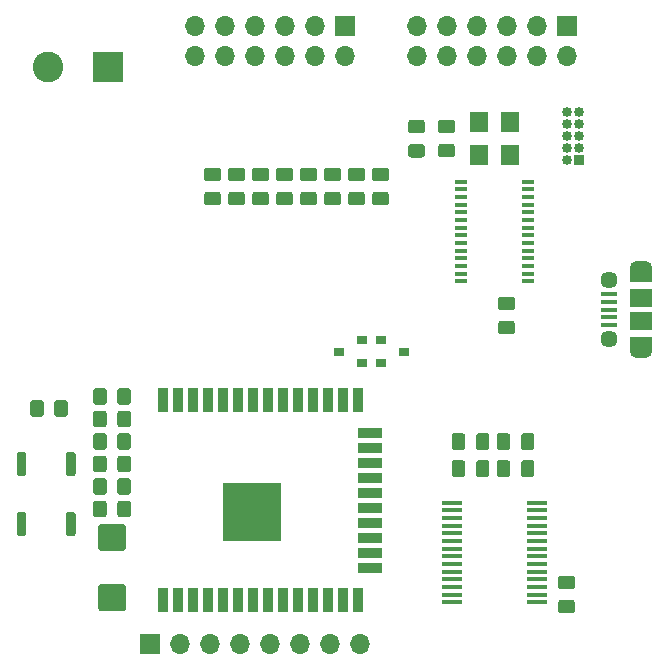
<source format=gbr>
G04 #@! TF.GenerationSoftware,KiCad,Pcbnew,5.1.5+dfsg1-2build2*
G04 #@! TF.CreationDate,2020-08-14T19:59:24+10:00*
G04 #@! TF.ProjectId,sid-board-v3_blocklayout,7369642d-626f-4617-9264-2d76335f626c,rev?*
G04 #@! TF.SameCoordinates,Original*
G04 #@! TF.FileFunction,Soldermask,Top*
G04 #@! TF.FilePolarity,Negative*
%FSLAX46Y46*%
G04 Gerber Fmt 4.6, Leading zero omitted, Abs format (unit mm)*
G04 Created by KiCad (PCBNEW 5.1.5+dfsg1-2build2) date 2020-08-14 19:59:24*
%MOMM*%
%LPD*%
G04 APERTURE LIST*
%ADD10O,1.700000X1.700000*%
%ADD11R,1.700000X1.700000*%
%ADD12C,0.100000*%
%ADD13R,1.900000X1.200000*%
%ADD14O,1.900000X1.200000*%
%ADD15R,1.900000X1.500000*%
%ADD16C,1.450000*%
%ADD17R,1.350000X0.400000*%
%ADD18C,2.600000*%
%ADD19R,2.600000X2.600000*%
%ADD20R,0.900000X0.800000*%
%ADD21R,0.900000X2.000000*%
%ADD22R,2.000000X0.900000*%
%ADD23R,5.000000X5.000000*%
%ADD24R,1.100000X0.400000*%
%ADD25R,1.750000X0.450000*%
%ADD26R,0.850000X0.850000*%
%ADD27O,0.850000X0.850000*%
%ADD28R,1.540000X1.800000*%
G04 APERTURE END LIST*
D10*
X152400000Y-71755000D03*
X152400000Y-69215000D03*
X154940000Y-71755000D03*
X154940000Y-69215000D03*
X157480000Y-71755000D03*
X157480000Y-69215000D03*
X160020000Y-71755000D03*
X160020000Y-69215000D03*
X162560000Y-71755000D03*
X162560000Y-69215000D03*
X165100000Y-71755000D03*
D11*
X165100000Y-69215000D03*
D12*
G36*
X125943505Y-103695204D02*
G01*
X125967773Y-103698804D01*
X125991572Y-103704765D01*
X126014671Y-103713030D01*
X126036850Y-103723520D01*
X126057893Y-103736132D01*
X126077599Y-103750747D01*
X126095777Y-103767223D01*
X126112253Y-103785401D01*
X126126868Y-103805107D01*
X126139480Y-103826150D01*
X126149970Y-103848329D01*
X126158235Y-103871428D01*
X126164196Y-103895227D01*
X126167796Y-103919495D01*
X126169000Y-103943999D01*
X126169000Y-104844001D01*
X126167796Y-104868505D01*
X126164196Y-104892773D01*
X126158235Y-104916572D01*
X126149970Y-104939671D01*
X126139480Y-104961850D01*
X126126868Y-104982893D01*
X126112253Y-105002599D01*
X126095777Y-105020777D01*
X126077599Y-105037253D01*
X126057893Y-105051868D01*
X126036850Y-105064480D01*
X126014671Y-105074970D01*
X125991572Y-105083235D01*
X125967773Y-105089196D01*
X125943505Y-105092796D01*
X125919001Y-105094000D01*
X125268999Y-105094000D01*
X125244495Y-105092796D01*
X125220227Y-105089196D01*
X125196428Y-105083235D01*
X125173329Y-105074970D01*
X125151150Y-105064480D01*
X125130107Y-105051868D01*
X125110401Y-105037253D01*
X125092223Y-105020777D01*
X125075747Y-105002599D01*
X125061132Y-104982893D01*
X125048520Y-104961850D01*
X125038030Y-104939671D01*
X125029765Y-104916572D01*
X125023804Y-104892773D01*
X125020204Y-104868505D01*
X125019000Y-104844001D01*
X125019000Y-103943999D01*
X125020204Y-103919495D01*
X125023804Y-103895227D01*
X125029765Y-103871428D01*
X125038030Y-103848329D01*
X125048520Y-103826150D01*
X125061132Y-103805107D01*
X125075747Y-103785401D01*
X125092223Y-103767223D01*
X125110401Y-103750747D01*
X125130107Y-103736132D01*
X125151150Y-103723520D01*
X125173329Y-103713030D01*
X125196428Y-103704765D01*
X125220227Y-103698804D01*
X125244495Y-103695204D01*
X125268999Y-103694000D01*
X125919001Y-103694000D01*
X125943505Y-103695204D01*
G37*
G36*
X127993505Y-103695204D02*
G01*
X128017773Y-103698804D01*
X128041572Y-103704765D01*
X128064671Y-103713030D01*
X128086850Y-103723520D01*
X128107893Y-103736132D01*
X128127599Y-103750747D01*
X128145777Y-103767223D01*
X128162253Y-103785401D01*
X128176868Y-103805107D01*
X128189480Y-103826150D01*
X128199970Y-103848329D01*
X128208235Y-103871428D01*
X128214196Y-103895227D01*
X128217796Y-103919495D01*
X128219000Y-103943999D01*
X128219000Y-104844001D01*
X128217796Y-104868505D01*
X128214196Y-104892773D01*
X128208235Y-104916572D01*
X128199970Y-104939671D01*
X128189480Y-104961850D01*
X128176868Y-104982893D01*
X128162253Y-105002599D01*
X128145777Y-105020777D01*
X128127599Y-105037253D01*
X128107893Y-105051868D01*
X128086850Y-105064480D01*
X128064671Y-105074970D01*
X128041572Y-105083235D01*
X128017773Y-105089196D01*
X127993505Y-105092796D01*
X127969001Y-105094000D01*
X127318999Y-105094000D01*
X127294495Y-105092796D01*
X127270227Y-105089196D01*
X127246428Y-105083235D01*
X127223329Y-105074970D01*
X127201150Y-105064480D01*
X127180107Y-105051868D01*
X127160401Y-105037253D01*
X127142223Y-105020777D01*
X127125747Y-105002599D01*
X127111132Y-104982893D01*
X127098520Y-104961850D01*
X127088030Y-104939671D01*
X127079765Y-104916572D01*
X127073804Y-104892773D01*
X127070204Y-104868505D01*
X127069000Y-104844001D01*
X127069000Y-103943999D01*
X127070204Y-103919495D01*
X127073804Y-103895227D01*
X127079765Y-103871428D01*
X127088030Y-103848329D01*
X127098520Y-103826150D01*
X127111132Y-103805107D01*
X127125747Y-103785401D01*
X127142223Y-103767223D01*
X127160401Y-103750747D01*
X127180107Y-103736132D01*
X127201150Y-103723520D01*
X127223329Y-103713030D01*
X127246428Y-103704765D01*
X127270227Y-103698804D01*
X127294495Y-103695204D01*
X127318999Y-103694000D01*
X127969001Y-103694000D01*
X127993505Y-103695204D01*
G37*
D10*
X133604000Y-71755000D03*
X133604000Y-69215000D03*
X136144000Y-71755000D03*
X136144000Y-69215000D03*
X138684000Y-71755000D03*
X138684000Y-69215000D03*
X141224000Y-71755000D03*
X141224000Y-69215000D03*
X143764000Y-71755000D03*
X143764000Y-69215000D03*
X146304000Y-71755000D03*
D11*
X146304000Y-69215000D03*
D12*
G36*
X155414505Y-79191204D02*
G01*
X155438773Y-79194804D01*
X155462572Y-79200765D01*
X155485671Y-79209030D01*
X155507850Y-79219520D01*
X155528893Y-79232132D01*
X155548599Y-79246747D01*
X155566777Y-79263223D01*
X155583253Y-79281401D01*
X155597868Y-79301107D01*
X155610480Y-79322150D01*
X155620970Y-79344329D01*
X155629235Y-79367428D01*
X155635196Y-79391227D01*
X155638796Y-79415495D01*
X155640000Y-79439999D01*
X155640000Y-80090001D01*
X155638796Y-80114505D01*
X155635196Y-80138773D01*
X155629235Y-80162572D01*
X155620970Y-80185671D01*
X155610480Y-80207850D01*
X155597868Y-80228893D01*
X155583253Y-80248599D01*
X155566777Y-80266777D01*
X155548599Y-80283253D01*
X155528893Y-80297868D01*
X155507850Y-80310480D01*
X155485671Y-80320970D01*
X155462572Y-80329235D01*
X155438773Y-80335196D01*
X155414505Y-80338796D01*
X155390001Y-80340000D01*
X154489999Y-80340000D01*
X154465495Y-80338796D01*
X154441227Y-80335196D01*
X154417428Y-80329235D01*
X154394329Y-80320970D01*
X154372150Y-80310480D01*
X154351107Y-80297868D01*
X154331401Y-80283253D01*
X154313223Y-80266777D01*
X154296747Y-80248599D01*
X154282132Y-80228893D01*
X154269520Y-80207850D01*
X154259030Y-80185671D01*
X154250765Y-80162572D01*
X154244804Y-80138773D01*
X154241204Y-80114505D01*
X154240000Y-80090001D01*
X154240000Y-79439999D01*
X154241204Y-79415495D01*
X154244804Y-79391227D01*
X154250765Y-79367428D01*
X154259030Y-79344329D01*
X154269520Y-79322150D01*
X154282132Y-79301107D01*
X154296747Y-79281401D01*
X154313223Y-79263223D01*
X154331401Y-79246747D01*
X154351107Y-79232132D01*
X154372150Y-79219520D01*
X154394329Y-79209030D01*
X154417428Y-79200765D01*
X154441227Y-79194804D01*
X154465495Y-79191204D01*
X154489999Y-79190000D01*
X155390001Y-79190000D01*
X155414505Y-79191204D01*
G37*
G36*
X155414505Y-77141204D02*
G01*
X155438773Y-77144804D01*
X155462572Y-77150765D01*
X155485671Y-77159030D01*
X155507850Y-77169520D01*
X155528893Y-77182132D01*
X155548599Y-77196747D01*
X155566777Y-77213223D01*
X155583253Y-77231401D01*
X155597868Y-77251107D01*
X155610480Y-77272150D01*
X155620970Y-77294329D01*
X155629235Y-77317428D01*
X155635196Y-77341227D01*
X155638796Y-77365495D01*
X155640000Y-77389999D01*
X155640000Y-78040001D01*
X155638796Y-78064505D01*
X155635196Y-78088773D01*
X155629235Y-78112572D01*
X155620970Y-78135671D01*
X155610480Y-78157850D01*
X155597868Y-78178893D01*
X155583253Y-78198599D01*
X155566777Y-78216777D01*
X155548599Y-78233253D01*
X155528893Y-78247868D01*
X155507850Y-78260480D01*
X155485671Y-78270970D01*
X155462572Y-78279235D01*
X155438773Y-78285196D01*
X155414505Y-78288796D01*
X155390001Y-78290000D01*
X154489999Y-78290000D01*
X154465495Y-78288796D01*
X154441227Y-78285196D01*
X154417428Y-78279235D01*
X154394329Y-78270970D01*
X154372150Y-78260480D01*
X154351107Y-78247868D01*
X154331401Y-78233253D01*
X154313223Y-78216777D01*
X154296747Y-78198599D01*
X154282132Y-78178893D01*
X154269520Y-78157850D01*
X154259030Y-78135671D01*
X154250765Y-78112572D01*
X154244804Y-78088773D01*
X154241204Y-78064505D01*
X154240000Y-78040001D01*
X154240000Y-77389999D01*
X154241204Y-77365495D01*
X154244804Y-77341227D01*
X154250765Y-77317428D01*
X154259030Y-77294329D01*
X154269520Y-77272150D01*
X154282132Y-77251107D01*
X154296747Y-77231401D01*
X154313223Y-77213223D01*
X154331401Y-77196747D01*
X154351107Y-77182132D01*
X154372150Y-77169520D01*
X154394329Y-77159030D01*
X154417428Y-77150765D01*
X154441227Y-77144804D01*
X154465495Y-77141204D01*
X154489999Y-77140000D01*
X155390001Y-77140000D01*
X155414505Y-77141204D01*
G37*
G36*
X127993505Y-99885204D02*
G01*
X128017773Y-99888804D01*
X128041572Y-99894765D01*
X128064671Y-99903030D01*
X128086850Y-99913520D01*
X128107893Y-99926132D01*
X128127599Y-99940747D01*
X128145777Y-99957223D01*
X128162253Y-99975401D01*
X128176868Y-99995107D01*
X128189480Y-100016150D01*
X128199970Y-100038329D01*
X128208235Y-100061428D01*
X128214196Y-100085227D01*
X128217796Y-100109495D01*
X128219000Y-100133999D01*
X128219000Y-101034001D01*
X128217796Y-101058505D01*
X128214196Y-101082773D01*
X128208235Y-101106572D01*
X128199970Y-101129671D01*
X128189480Y-101151850D01*
X128176868Y-101172893D01*
X128162253Y-101192599D01*
X128145777Y-101210777D01*
X128127599Y-101227253D01*
X128107893Y-101241868D01*
X128086850Y-101254480D01*
X128064671Y-101264970D01*
X128041572Y-101273235D01*
X128017773Y-101279196D01*
X127993505Y-101282796D01*
X127969001Y-101284000D01*
X127318999Y-101284000D01*
X127294495Y-101282796D01*
X127270227Y-101279196D01*
X127246428Y-101273235D01*
X127223329Y-101264970D01*
X127201150Y-101254480D01*
X127180107Y-101241868D01*
X127160401Y-101227253D01*
X127142223Y-101210777D01*
X127125747Y-101192599D01*
X127111132Y-101172893D01*
X127098520Y-101151850D01*
X127088030Y-101129671D01*
X127079765Y-101106572D01*
X127073804Y-101082773D01*
X127070204Y-101058505D01*
X127069000Y-101034001D01*
X127069000Y-100133999D01*
X127070204Y-100109495D01*
X127073804Y-100085227D01*
X127079765Y-100061428D01*
X127088030Y-100038329D01*
X127098520Y-100016150D01*
X127111132Y-99995107D01*
X127125747Y-99975401D01*
X127142223Y-99957223D01*
X127160401Y-99940747D01*
X127180107Y-99926132D01*
X127201150Y-99913520D01*
X127223329Y-99903030D01*
X127246428Y-99894765D01*
X127270227Y-99888804D01*
X127294495Y-99885204D01*
X127318999Y-99884000D01*
X127969001Y-99884000D01*
X127993505Y-99885204D01*
G37*
G36*
X125943505Y-99885204D02*
G01*
X125967773Y-99888804D01*
X125991572Y-99894765D01*
X126014671Y-99903030D01*
X126036850Y-99913520D01*
X126057893Y-99926132D01*
X126077599Y-99940747D01*
X126095777Y-99957223D01*
X126112253Y-99975401D01*
X126126868Y-99995107D01*
X126139480Y-100016150D01*
X126149970Y-100038329D01*
X126158235Y-100061428D01*
X126164196Y-100085227D01*
X126167796Y-100109495D01*
X126169000Y-100133999D01*
X126169000Y-101034001D01*
X126167796Y-101058505D01*
X126164196Y-101082773D01*
X126158235Y-101106572D01*
X126149970Y-101129671D01*
X126139480Y-101151850D01*
X126126868Y-101172893D01*
X126112253Y-101192599D01*
X126095777Y-101210777D01*
X126077599Y-101227253D01*
X126057893Y-101241868D01*
X126036850Y-101254480D01*
X126014671Y-101264970D01*
X125991572Y-101273235D01*
X125967773Y-101279196D01*
X125943505Y-101282796D01*
X125919001Y-101284000D01*
X125268999Y-101284000D01*
X125244495Y-101282796D01*
X125220227Y-101279196D01*
X125196428Y-101273235D01*
X125173329Y-101264970D01*
X125151150Y-101254480D01*
X125130107Y-101241868D01*
X125110401Y-101227253D01*
X125092223Y-101210777D01*
X125075747Y-101192599D01*
X125061132Y-101172893D01*
X125048520Y-101151850D01*
X125038030Y-101129671D01*
X125029765Y-101106572D01*
X125023804Y-101082773D01*
X125020204Y-101058505D01*
X125019000Y-101034001D01*
X125019000Y-100133999D01*
X125020204Y-100109495D01*
X125023804Y-100085227D01*
X125029765Y-100061428D01*
X125038030Y-100038329D01*
X125048520Y-100016150D01*
X125061132Y-99995107D01*
X125075747Y-99975401D01*
X125092223Y-99957223D01*
X125110401Y-99940747D01*
X125130107Y-99926132D01*
X125151150Y-99913520D01*
X125173329Y-99903030D01*
X125196428Y-99894765D01*
X125220227Y-99888804D01*
X125244495Y-99885204D01*
X125268999Y-99884000D01*
X125919001Y-99884000D01*
X125943505Y-99885204D01*
G37*
G36*
X149826505Y-83255204D02*
G01*
X149850773Y-83258804D01*
X149874572Y-83264765D01*
X149897671Y-83273030D01*
X149919850Y-83283520D01*
X149940893Y-83296132D01*
X149960599Y-83310747D01*
X149978777Y-83327223D01*
X149995253Y-83345401D01*
X150009868Y-83365107D01*
X150022480Y-83386150D01*
X150032970Y-83408329D01*
X150041235Y-83431428D01*
X150047196Y-83455227D01*
X150050796Y-83479495D01*
X150052000Y-83503999D01*
X150052000Y-84154001D01*
X150050796Y-84178505D01*
X150047196Y-84202773D01*
X150041235Y-84226572D01*
X150032970Y-84249671D01*
X150022480Y-84271850D01*
X150009868Y-84292893D01*
X149995253Y-84312599D01*
X149978777Y-84330777D01*
X149960599Y-84347253D01*
X149940893Y-84361868D01*
X149919850Y-84374480D01*
X149897671Y-84384970D01*
X149874572Y-84393235D01*
X149850773Y-84399196D01*
X149826505Y-84402796D01*
X149802001Y-84404000D01*
X148901999Y-84404000D01*
X148877495Y-84402796D01*
X148853227Y-84399196D01*
X148829428Y-84393235D01*
X148806329Y-84384970D01*
X148784150Y-84374480D01*
X148763107Y-84361868D01*
X148743401Y-84347253D01*
X148725223Y-84330777D01*
X148708747Y-84312599D01*
X148694132Y-84292893D01*
X148681520Y-84271850D01*
X148671030Y-84249671D01*
X148662765Y-84226572D01*
X148656804Y-84202773D01*
X148653204Y-84178505D01*
X148652000Y-84154001D01*
X148652000Y-83503999D01*
X148653204Y-83479495D01*
X148656804Y-83455227D01*
X148662765Y-83431428D01*
X148671030Y-83408329D01*
X148681520Y-83386150D01*
X148694132Y-83365107D01*
X148708747Y-83345401D01*
X148725223Y-83327223D01*
X148743401Y-83310747D01*
X148763107Y-83296132D01*
X148784150Y-83283520D01*
X148806329Y-83273030D01*
X148829428Y-83264765D01*
X148853227Y-83258804D01*
X148877495Y-83255204D01*
X148901999Y-83254000D01*
X149802001Y-83254000D01*
X149826505Y-83255204D01*
G37*
G36*
X149826505Y-81205204D02*
G01*
X149850773Y-81208804D01*
X149874572Y-81214765D01*
X149897671Y-81223030D01*
X149919850Y-81233520D01*
X149940893Y-81246132D01*
X149960599Y-81260747D01*
X149978777Y-81277223D01*
X149995253Y-81295401D01*
X150009868Y-81315107D01*
X150022480Y-81336150D01*
X150032970Y-81358329D01*
X150041235Y-81381428D01*
X150047196Y-81405227D01*
X150050796Y-81429495D01*
X150052000Y-81453999D01*
X150052000Y-82104001D01*
X150050796Y-82128505D01*
X150047196Y-82152773D01*
X150041235Y-82176572D01*
X150032970Y-82199671D01*
X150022480Y-82221850D01*
X150009868Y-82242893D01*
X149995253Y-82262599D01*
X149978777Y-82280777D01*
X149960599Y-82297253D01*
X149940893Y-82311868D01*
X149919850Y-82324480D01*
X149897671Y-82334970D01*
X149874572Y-82343235D01*
X149850773Y-82349196D01*
X149826505Y-82352796D01*
X149802001Y-82354000D01*
X148901999Y-82354000D01*
X148877495Y-82352796D01*
X148853227Y-82349196D01*
X148829428Y-82343235D01*
X148806329Y-82334970D01*
X148784150Y-82324480D01*
X148763107Y-82311868D01*
X148743401Y-82297253D01*
X148725223Y-82280777D01*
X148708747Y-82262599D01*
X148694132Y-82242893D01*
X148681520Y-82221850D01*
X148671030Y-82199671D01*
X148662765Y-82176572D01*
X148656804Y-82152773D01*
X148653204Y-82128505D01*
X148652000Y-82104001D01*
X148652000Y-81453999D01*
X148653204Y-81429495D01*
X148656804Y-81405227D01*
X148662765Y-81381428D01*
X148671030Y-81358329D01*
X148681520Y-81336150D01*
X148694132Y-81315107D01*
X148708747Y-81295401D01*
X148725223Y-81277223D01*
X148743401Y-81260747D01*
X148763107Y-81246132D01*
X148784150Y-81233520D01*
X148806329Y-81223030D01*
X148829428Y-81214765D01*
X148853227Y-81208804D01*
X148877495Y-81205204D01*
X148901999Y-81204000D01*
X149802001Y-81204000D01*
X149826505Y-81205204D01*
G37*
G36*
X120609505Y-100901204D02*
G01*
X120633773Y-100904804D01*
X120657572Y-100910765D01*
X120680671Y-100919030D01*
X120702850Y-100929520D01*
X120723893Y-100942132D01*
X120743599Y-100956747D01*
X120761777Y-100973223D01*
X120778253Y-100991401D01*
X120792868Y-101011107D01*
X120805480Y-101032150D01*
X120815970Y-101054329D01*
X120824235Y-101077428D01*
X120830196Y-101101227D01*
X120833796Y-101125495D01*
X120835000Y-101149999D01*
X120835000Y-102050001D01*
X120833796Y-102074505D01*
X120830196Y-102098773D01*
X120824235Y-102122572D01*
X120815970Y-102145671D01*
X120805480Y-102167850D01*
X120792868Y-102188893D01*
X120778253Y-102208599D01*
X120761777Y-102226777D01*
X120743599Y-102243253D01*
X120723893Y-102257868D01*
X120702850Y-102270480D01*
X120680671Y-102280970D01*
X120657572Y-102289235D01*
X120633773Y-102295196D01*
X120609505Y-102298796D01*
X120585001Y-102300000D01*
X119934999Y-102300000D01*
X119910495Y-102298796D01*
X119886227Y-102295196D01*
X119862428Y-102289235D01*
X119839329Y-102280970D01*
X119817150Y-102270480D01*
X119796107Y-102257868D01*
X119776401Y-102243253D01*
X119758223Y-102226777D01*
X119741747Y-102208599D01*
X119727132Y-102188893D01*
X119714520Y-102167850D01*
X119704030Y-102145671D01*
X119695765Y-102122572D01*
X119689804Y-102098773D01*
X119686204Y-102074505D01*
X119685000Y-102050001D01*
X119685000Y-101149999D01*
X119686204Y-101125495D01*
X119689804Y-101101227D01*
X119695765Y-101077428D01*
X119704030Y-101054329D01*
X119714520Y-101032150D01*
X119727132Y-101011107D01*
X119741747Y-100991401D01*
X119758223Y-100973223D01*
X119776401Y-100956747D01*
X119796107Y-100942132D01*
X119817150Y-100929520D01*
X119839329Y-100919030D01*
X119862428Y-100910765D01*
X119886227Y-100904804D01*
X119910495Y-100901204D01*
X119934999Y-100900000D01*
X120585001Y-100900000D01*
X120609505Y-100901204D01*
G37*
G36*
X122659505Y-100901204D02*
G01*
X122683773Y-100904804D01*
X122707572Y-100910765D01*
X122730671Y-100919030D01*
X122752850Y-100929520D01*
X122773893Y-100942132D01*
X122793599Y-100956747D01*
X122811777Y-100973223D01*
X122828253Y-100991401D01*
X122842868Y-101011107D01*
X122855480Y-101032150D01*
X122865970Y-101054329D01*
X122874235Y-101077428D01*
X122880196Y-101101227D01*
X122883796Y-101125495D01*
X122885000Y-101149999D01*
X122885000Y-102050001D01*
X122883796Y-102074505D01*
X122880196Y-102098773D01*
X122874235Y-102122572D01*
X122865970Y-102145671D01*
X122855480Y-102167850D01*
X122842868Y-102188893D01*
X122828253Y-102208599D01*
X122811777Y-102226777D01*
X122793599Y-102243253D01*
X122773893Y-102257868D01*
X122752850Y-102270480D01*
X122730671Y-102280970D01*
X122707572Y-102289235D01*
X122683773Y-102295196D01*
X122659505Y-102298796D01*
X122635001Y-102300000D01*
X121984999Y-102300000D01*
X121960495Y-102298796D01*
X121936227Y-102295196D01*
X121912428Y-102289235D01*
X121889329Y-102280970D01*
X121867150Y-102270480D01*
X121846107Y-102257868D01*
X121826401Y-102243253D01*
X121808223Y-102226777D01*
X121791747Y-102208599D01*
X121777132Y-102188893D01*
X121764520Y-102167850D01*
X121754030Y-102145671D01*
X121745765Y-102122572D01*
X121739804Y-102098773D01*
X121736204Y-102074505D01*
X121735000Y-102050001D01*
X121735000Y-101149999D01*
X121736204Y-101125495D01*
X121739804Y-101101227D01*
X121745765Y-101077428D01*
X121754030Y-101054329D01*
X121764520Y-101032150D01*
X121777132Y-101011107D01*
X121791747Y-100991401D01*
X121808223Y-100973223D01*
X121826401Y-100956747D01*
X121846107Y-100942132D01*
X121867150Y-100929520D01*
X121889329Y-100919030D01*
X121912428Y-100910765D01*
X121936227Y-100904804D01*
X121960495Y-100901204D01*
X121984999Y-100900000D01*
X122635001Y-100900000D01*
X122659505Y-100901204D01*
G37*
G36*
X135602505Y-83255204D02*
G01*
X135626773Y-83258804D01*
X135650572Y-83264765D01*
X135673671Y-83273030D01*
X135695850Y-83283520D01*
X135716893Y-83296132D01*
X135736599Y-83310747D01*
X135754777Y-83327223D01*
X135771253Y-83345401D01*
X135785868Y-83365107D01*
X135798480Y-83386150D01*
X135808970Y-83408329D01*
X135817235Y-83431428D01*
X135823196Y-83455227D01*
X135826796Y-83479495D01*
X135828000Y-83503999D01*
X135828000Y-84154001D01*
X135826796Y-84178505D01*
X135823196Y-84202773D01*
X135817235Y-84226572D01*
X135808970Y-84249671D01*
X135798480Y-84271850D01*
X135785868Y-84292893D01*
X135771253Y-84312599D01*
X135754777Y-84330777D01*
X135736599Y-84347253D01*
X135716893Y-84361868D01*
X135695850Y-84374480D01*
X135673671Y-84384970D01*
X135650572Y-84393235D01*
X135626773Y-84399196D01*
X135602505Y-84402796D01*
X135578001Y-84404000D01*
X134677999Y-84404000D01*
X134653495Y-84402796D01*
X134629227Y-84399196D01*
X134605428Y-84393235D01*
X134582329Y-84384970D01*
X134560150Y-84374480D01*
X134539107Y-84361868D01*
X134519401Y-84347253D01*
X134501223Y-84330777D01*
X134484747Y-84312599D01*
X134470132Y-84292893D01*
X134457520Y-84271850D01*
X134447030Y-84249671D01*
X134438765Y-84226572D01*
X134432804Y-84202773D01*
X134429204Y-84178505D01*
X134428000Y-84154001D01*
X134428000Y-83503999D01*
X134429204Y-83479495D01*
X134432804Y-83455227D01*
X134438765Y-83431428D01*
X134447030Y-83408329D01*
X134457520Y-83386150D01*
X134470132Y-83365107D01*
X134484747Y-83345401D01*
X134501223Y-83327223D01*
X134519401Y-83310747D01*
X134539107Y-83296132D01*
X134560150Y-83283520D01*
X134582329Y-83273030D01*
X134605428Y-83264765D01*
X134629227Y-83258804D01*
X134653495Y-83255204D01*
X134677999Y-83254000D01*
X135578001Y-83254000D01*
X135602505Y-83255204D01*
G37*
G36*
X135602505Y-81205204D02*
G01*
X135626773Y-81208804D01*
X135650572Y-81214765D01*
X135673671Y-81223030D01*
X135695850Y-81233520D01*
X135716893Y-81246132D01*
X135736599Y-81260747D01*
X135754777Y-81277223D01*
X135771253Y-81295401D01*
X135785868Y-81315107D01*
X135798480Y-81336150D01*
X135808970Y-81358329D01*
X135817235Y-81381428D01*
X135823196Y-81405227D01*
X135826796Y-81429495D01*
X135828000Y-81453999D01*
X135828000Y-82104001D01*
X135826796Y-82128505D01*
X135823196Y-82152773D01*
X135817235Y-82176572D01*
X135808970Y-82199671D01*
X135798480Y-82221850D01*
X135785868Y-82242893D01*
X135771253Y-82262599D01*
X135754777Y-82280777D01*
X135736599Y-82297253D01*
X135716893Y-82311868D01*
X135695850Y-82324480D01*
X135673671Y-82334970D01*
X135650572Y-82343235D01*
X135626773Y-82349196D01*
X135602505Y-82352796D01*
X135578001Y-82354000D01*
X134677999Y-82354000D01*
X134653495Y-82352796D01*
X134629227Y-82349196D01*
X134605428Y-82343235D01*
X134582329Y-82334970D01*
X134560150Y-82324480D01*
X134539107Y-82311868D01*
X134519401Y-82297253D01*
X134501223Y-82280777D01*
X134484747Y-82262599D01*
X134470132Y-82242893D01*
X134457520Y-82221850D01*
X134447030Y-82199671D01*
X134438765Y-82176572D01*
X134432804Y-82152773D01*
X134429204Y-82128505D01*
X134428000Y-82104001D01*
X134428000Y-81453999D01*
X134429204Y-81429495D01*
X134432804Y-81405227D01*
X134438765Y-81381428D01*
X134447030Y-81358329D01*
X134457520Y-81336150D01*
X134470132Y-81315107D01*
X134484747Y-81295401D01*
X134501223Y-81277223D01*
X134519401Y-81260747D01*
X134539107Y-81246132D01*
X134560150Y-81233520D01*
X134582329Y-81223030D01*
X134605428Y-81214765D01*
X134629227Y-81208804D01*
X134653495Y-81205204D01*
X134677999Y-81204000D01*
X135578001Y-81204000D01*
X135602505Y-81205204D01*
G37*
D13*
X171417500Y-96118000D03*
X171417500Y-90318000D03*
D14*
X171417500Y-89718000D03*
X171417500Y-96718000D03*
D15*
X171417500Y-94218000D03*
D16*
X168717500Y-90718000D03*
D17*
X168717500Y-93218000D03*
X168717500Y-92568000D03*
X168717500Y-91918000D03*
X168717500Y-94518000D03*
X168717500Y-93868000D03*
D16*
X168717500Y-95718000D03*
D15*
X171417500Y-92218000D03*
D12*
G36*
X137634505Y-81205204D02*
G01*
X137658773Y-81208804D01*
X137682572Y-81214765D01*
X137705671Y-81223030D01*
X137727850Y-81233520D01*
X137748893Y-81246132D01*
X137768599Y-81260747D01*
X137786777Y-81277223D01*
X137803253Y-81295401D01*
X137817868Y-81315107D01*
X137830480Y-81336150D01*
X137840970Y-81358329D01*
X137849235Y-81381428D01*
X137855196Y-81405227D01*
X137858796Y-81429495D01*
X137860000Y-81453999D01*
X137860000Y-82104001D01*
X137858796Y-82128505D01*
X137855196Y-82152773D01*
X137849235Y-82176572D01*
X137840970Y-82199671D01*
X137830480Y-82221850D01*
X137817868Y-82242893D01*
X137803253Y-82262599D01*
X137786777Y-82280777D01*
X137768599Y-82297253D01*
X137748893Y-82311868D01*
X137727850Y-82324480D01*
X137705671Y-82334970D01*
X137682572Y-82343235D01*
X137658773Y-82349196D01*
X137634505Y-82352796D01*
X137610001Y-82354000D01*
X136709999Y-82354000D01*
X136685495Y-82352796D01*
X136661227Y-82349196D01*
X136637428Y-82343235D01*
X136614329Y-82334970D01*
X136592150Y-82324480D01*
X136571107Y-82311868D01*
X136551401Y-82297253D01*
X136533223Y-82280777D01*
X136516747Y-82262599D01*
X136502132Y-82242893D01*
X136489520Y-82221850D01*
X136479030Y-82199671D01*
X136470765Y-82176572D01*
X136464804Y-82152773D01*
X136461204Y-82128505D01*
X136460000Y-82104001D01*
X136460000Y-81453999D01*
X136461204Y-81429495D01*
X136464804Y-81405227D01*
X136470765Y-81381428D01*
X136479030Y-81358329D01*
X136489520Y-81336150D01*
X136502132Y-81315107D01*
X136516747Y-81295401D01*
X136533223Y-81277223D01*
X136551401Y-81260747D01*
X136571107Y-81246132D01*
X136592150Y-81233520D01*
X136614329Y-81223030D01*
X136637428Y-81214765D01*
X136661227Y-81208804D01*
X136685495Y-81205204D01*
X136709999Y-81204000D01*
X137610001Y-81204000D01*
X137634505Y-81205204D01*
G37*
G36*
X137634505Y-83255204D02*
G01*
X137658773Y-83258804D01*
X137682572Y-83264765D01*
X137705671Y-83273030D01*
X137727850Y-83283520D01*
X137748893Y-83296132D01*
X137768599Y-83310747D01*
X137786777Y-83327223D01*
X137803253Y-83345401D01*
X137817868Y-83365107D01*
X137830480Y-83386150D01*
X137840970Y-83408329D01*
X137849235Y-83431428D01*
X137855196Y-83455227D01*
X137858796Y-83479495D01*
X137860000Y-83503999D01*
X137860000Y-84154001D01*
X137858796Y-84178505D01*
X137855196Y-84202773D01*
X137849235Y-84226572D01*
X137840970Y-84249671D01*
X137830480Y-84271850D01*
X137817868Y-84292893D01*
X137803253Y-84312599D01*
X137786777Y-84330777D01*
X137768599Y-84347253D01*
X137748893Y-84361868D01*
X137727850Y-84374480D01*
X137705671Y-84384970D01*
X137682572Y-84393235D01*
X137658773Y-84399196D01*
X137634505Y-84402796D01*
X137610001Y-84404000D01*
X136709999Y-84404000D01*
X136685495Y-84402796D01*
X136661227Y-84399196D01*
X136637428Y-84393235D01*
X136614329Y-84384970D01*
X136592150Y-84374480D01*
X136571107Y-84361868D01*
X136551401Y-84347253D01*
X136533223Y-84330777D01*
X136516747Y-84312599D01*
X136502132Y-84292893D01*
X136489520Y-84271850D01*
X136479030Y-84249671D01*
X136470765Y-84226572D01*
X136464804Y-84202773D01*
X136461204Y-84178505D01*
X136460000Y-84154001D01*
X136460000Y-83503999D01*
X136461204Y-83479495D01*
X136464804Y-83455227D01*
X136470765Y-83431428D01*
X136479030Y-83408329D01*
X136489520Y-83386150D01*
X136502132Y-83365107D01*
X136516747Y-83345401D01*
X136533223Y-83327223D01*
X136551401Y-83310747D01*
X136571107Y-83296132D01*
X136592150Y-83283520D01*
X136614329Y-83273030D01*
X136637428Y-83264765D01*
X136661227Y-83258804D01*
X136685495Y-83255204D01*
X136709999Y-83254000D01*
X137610001Y-83254000D01*
X137634505Y-83255204D01*
G37*
D18*
X121158000Y-72644000D03*
D19*
X126238000Y-72644000D03*
D20*
X151368000Y-96774000D03*
X149368000Y-97724000D03*
X149368000Y-95824000D03*
X147812000Y-97724000D03*
X147812000Y-95824000D03*
X145812000Y-96774000D03*
D12*
G36*
X127993505Y-107505204D02*
G01*
X128017773Y-107508804D01*
X128041572Y-107514765D01*
X128064671Y-107523030D01*
X128086850Y-107533520D01*
X128107893Y-107546132D01*
X128127599Y-107560747D01*
X128145777Y-107577223D01*
X128162253Y-107595401D01*
X128176868Y-107615107D01*
X128189480Y-107636150D01*
X128199970Y-107658329D01*
X128208235Y-107681428D01*
X128214196Y-107705227D01*
X128217796Y-107729495D01*
X128219000Y-107753999D01*
X128219000Y-108654001D01*
X128217796Y-108678505D01*
X128214196Y-108702773D01*
X128208235Y-108726572D01*
X128199970Y-108749671D01*
X128189480Y-108771850D01*
X128176868Y-108792893D01*
X128162253Y-108812599D01*
X128145777Y-108830777D01*
X128127599Y-108847253D01*
X128107893Y-108861868D01*
X128086850Y-108874480D01*
X128064671Y-108884970D01*
X128041572Y-108893235D01*
X128017773Y-108899196D01*
X127993505Y-108902796D01*
X127969001Y-108904000D01*
X127318999Y-108904000D01*
X127294495Y-108902796D01*
X127270227Y-108899196D01*
X127246428Y-108893235D01*
X127223329Y-108884970D01*
X127201150Y-108874480D01*
X127180107Y-108861868D01*
X127160401Y-108847253D01*
X127142223Y-108830777D01*
X127125747Y-108812599D01*
X127111132Y-108792893D01*
X127098520Y-108771850D01*
X127088030Y-108749671D01*
X127079765Y-108726572D01*
X127073804Y-108702773D01*
X127070204Y-108678505D01*
X127069000Y-108654001D01*
X127069000Y-107753999D01*
X127070204Y-107729495D01*
X127073804Y-107705227D01*
X127079765Y-107681428D01*
X127088030Y-107658329D01*
X127098520Y-107636150D01*
X127111132Y-107615107D01*
X127125747Y-107595401D01*
X127142223Y-107577223D01*
X127160401Y-107560747D01*
X127180107Y-107546132D01*
X127201150Y-107533520D01*
X127223329Y-107523030D01*
X127246428Y-107514765D01*
X127270227Y-107508804D01*
X127294495Y-107505204D01*
X127318999Y-107504000D01*
X127969001Y-107504000D01*
X127993505Y-107505204D01*
G37*
G36*
X125943505Y-107505204D02*
G01*
X125967773Y-107508804D01*
X125991572Y-107514765D01*
X126014671Y-107523030D01*
X126036850Y-107533520D01*
X126057893Y-107546132D01*
X126077599Y-107560747D01*
X126095777Y-107577223D01*
X126112253Y-107595401D01*
X126126868Y-107615107D01*
X126139480Y-107636150D01*
X126149970Y-107658329D01*
X126158235Y-107681428D01*
X126164196Y-107705227D01*
X126167796Y-107729495D01*
X126169000Y-107753999D01*
X126169000Y-108654001D01*
X126167796Y-108678505D01*
X126164196Y-108702773D01*
X126158235Y-108726572D01*
X126149970Y-108749671D01*
X126139480Y-108771850D01*
X126126868Y-108792893D01*
X126112253Y-108812599D01*
X126095777Y-108830777D01*
X126077599Y-108847253D01*
X126057893Y-108861868D01*
X126036850Y-108874480D01*
X126014671Y-108884970D01*
X125991572Y-108893235D01*
X125967773Y-108899196D01*
X125943505Y-108902796D01*
X125919001Y-108904000D01*
X125268999Y-108904000D01*
X125244495Y-108902796D01*
X125220227Y-108899196D01*
X125196428Y-108893235D01*
X125173329Y-108884970D01*
X125151150Y-108874480D01*
X125130107Y-108861868D01*
X125110401Y-108847253D01*
X125092223Y-108830777D01*
X125075747Y-108812599D01*
X125061132Y-108792893D01*
X125048520Y-108771850D01*
X125038030Y-108749671D01*
X125029765Y-108726572D01*
X125023804Y-108702773D01*
X125020204Y-108678505D01*
X125019000Y-108654001D01*
X125019000Y-107753999D01*
X125020204Y-107729495D01*
X125023804Y-107705227D01*
X125029765Y-107681428D01*
X125038030Y-107658329D01*
X125048520Y-107636150D01*
X125061132Y-107615107D01*
X125075747Y-107595401D01*
X125092223Y-107577223D01*
X125110401Y-107560747D01*
X125130107Y-107546132D01*
X125151150Y-107533520D01*
X125173329Y-107523030D01*
X125196428Y-107514765D01*
X125220227Y-107508804D01*
X125244495Y-107505204D01*
X125268999Y-107504000D01*
X125919001Y-107504000D01*
X125943505Y-107505204D01*
G37*
G36*
X156296505Y-103695204D02*
G01*
X156320773Y-103698804D01*
X156344572Y-103704765D01*
X156367671Y-103713030D01*
X156389850Y-103723520D01*
X156410893Y-103736132D01*
X156430599Y-103750747D01*
X156448777Y-103767223D01*
X156465253Y-103785401D01*
X156479868Y-103805107D01*
X156492480Y-103826150D01*
X156502970Y-103848329D01*
X156511235Y-103871428D01*
X156517196Y-103895227D01*
X156520796Y-103919495D01*
X156522000Y-103943999D01*
X156522000Y-104844001D01*
X156520796Y-104868505D01*
X156517196Y-104892773D01*
X156511235Y-104916572D01*
X156502970Y-104939671D01*
X156492480Y-104961850D01*
X156479868Y-104982893D01*
X156465253Y-105002599D01*
X156448777Y-105020777D01*
X156430599Y-105037253D01*
X156410893Y-105051868D01*
X156389850Y-105064480D01*
X156367671Y-105074970D01*
X156344572Y-105083235D01*
X156320773Y-105089196D01*
X156296505Y-105092796D01*
X156272001Y-105094000D01*
X155621999Y-105094000D01*
X155597495Y-105092796D01*
X155573227Y-105089196D01*
X155549428Y-105083235D01*
X155526329Y-105074970D01*
X155504150Y-105064480D01*
X155483107Y-105051868D01*
X155463401Y-105037253D01*
X155445223Y-105020777D01*
X155428747Y-105002599D01*
X155414132Y-104982893D01*
X155401520Y-104961850D01*
X155391030Y-104939671D01*
X155382765Y-104916572D01*
X155376804Y-104892773D01*
X155373204Y-104868505D01*
X155372000Y-104844001D01*
X155372000Y-103943999D01*
X155373204Y-103919495D01*
X155376804Y-103895227D01*
X155382765Y-103871428D01*
X155391030Y-103848329D01*
X155401520Y-103826150D01*
X155414132Y-103805107D01*
X155428747Y-103785401D01*
X155445223Y-103767223D01*
X155463401Y-103750747D01*
X155483107Y-103736132D01*
X155504150Y-103723520D01*
X155526329Y-103713030D01*
X155549428Y-103704765D01*
X155573227Y-103698804D01*
X155597495Y-103695204D01*
X155621999Y-103694000D01*
X156272001Y-103694000D01*
X156296505Y-103695204D01*
G37*
G36*
X158346505Y-103695204D02*
G01*
X158370773Y-103698804D01*
X158394572Y-103704765D01*
X158417671Y-103713030D01*
X158439850Y-103723520D01*
X158460893Y-103736132D01*
X158480599Y-103750747D01*
X158498777Y-103767223D01*
X158515253Y-103785401D01*
X158529868Y-103805107D01*
X158542480Y-103826150D01*
X158552970Y-103848329D01*
X158561235Y-103871428D01*
X158567196Y-103895227D01*
X158570796Y-103919495D01*
X158572000Y-103943999D01*
X158572000Y-104844001D01*
X158570796Y-104868505D01*
X158567196Y-104892773D01*
X158561235Y-104916572D01*
X158552970Y-104939671D01*
X158542480Y-104961850D01*
X158529868Y-104982893D01*
X158515253Y-105002599D01*
X158498777Y-105020777D01*
X158480599Y-105037253D01*
X158460893Y-105051868D01*
X158439850Y-105064480D01*
X158417671Y-105074970D01*
X158394572Y-105083235D01*
X158370773Y-105089196D01*
X158346505Y-105092796D01*
X158322001Y-105094000D01*
X157671999Y-105094000D01*
X157647495Y-105092796D01*
X157623227Y-105089196D01*
X157599428Y-105083235D01*
X157576329Y-105074970D01*
X157554150Y-105064480D01*
X157533107Y-105051868D01*
X157513401Y-105037253D01*
X157495223Y-105020777D01*
X157478747Y-105002599D01*
X157464132Y-104982893D01*
X157451520Y-104961850D01*
X157441030Y-104939671D01*
X157432765Y-104916572D01*
X157426804Y-104892773D01*
X157423204Y-104868505D01*
X157422000Y-104844001D01*
X157422000Y-103943999D01*
X157423204Y-103919495D01*
X157426804Y-103895227D01*
X157432765Y-103871428D01*
X157441030Y-103848329D01*
X157451520Y-103826150D01*
X157464132Y-103805107D01*
X157478747Y-103785401D01*
X157495223Y-103767223D01*
X157513401Y-103750747D01*
X157533107Y-103736132D01*
X157554150Y-103723520D01*
X157576329Y-103713030D01*
X157599428Y-103704765D01*
X157623227Y-103698804D01*
X157647495Y-103695204D01*
X157671999Y-103694000D01*
X158322001Y-103694000D01*
X158346505Y-103695204D01*
G37*
G36*
X156296505Y-105981204D02*
G01*
X156320773Y-105984804D01*
X156344572Y-105990765D01*
X156367671Y-105999030D01*
X156389850Y-106009520D01*
X156410893Y-106022132D01*
X156430599Y-106036747D01*
X156448777Y-106053223D01*
X156465253Y-106071401D01*
X156479868Y-106091107D01*
X156492480Y-106112150D01*
X156502970Y-106134329D01*
X156511235Y-106157428D01*
X156517196Y-106181227D01*
X156520796Y-106205495D01*
X156522000Y-106229999D01*
X156522000Y-107130001D01*
X156520796Y-107154505D01*
X156517196Y-107178773D01*
X156511235Y-107202572D01*
X156502970Y-107225671D01*
X156492480Y-107247850D01*
X156479868Y-107268893D01*
X156465253Y-107288599D01*
X156448777Y-107306777D01*
X156430599Y-107323253D01*
X156410893Y-107337868D01*
X156389850Y-107350480D01*
X156367671Y-107360970D01*
X156344572Y-107369235D01*
X156320773Y-107375196D01*
X156296505Y-107378796D01*
X156272001Y-107380000D01*
X155621999Y-107380000D01*
X155597495Y-107378796D01*
X155573227Y-107375196D01*
X155549428Y-107369235D01*
X155526329Y-107360970D01*
X155504150Y-107350480D01*
X155483107Y-107337868D01*
X155463401Y-107323253D01*
X155445223Y-107306777D01*
X155428747Y-107288599D01*
X155414132Y-107268893D01*
X155401520Y-107247850D01*
X155391030Y-107225671D01*
X155382765Y-107202572D01*
X155376804Y-107178773D01*
X155373204Y-107154505D01*
X155372000Y-107130001D01*
X155372000Y-106229999D01*
X155373204Y-106205495D01*
X155376804Y-106181227D01*
X155382765Y-106157428D01*
X155391030Y-106134329D01*
X155401520Y-106112150D01*
X155414132Y-106091107D01*
X155428747Y-106071401D01*
X155445223Y-106053223D01*
X155463401Y-106036747D01*
X155483107Y-106022132D01*
X155504150Y-106009520D01*
X155526329Y-105999030D01*
X155549428Y-105990765D01*
X155573227Y-105984804D01*
X155597495Y-105981204D01*
X155621999Y-105980000D01*
X156272001Y-105980000D01*
X156296505Y-105981204D01*
G37*
G36*
X158346505Y-105981204D02*
G01*
X158370773Y-105984804D01*
X158394572Y-105990765D01*
X158417671Y-105999030D01*
X158439850Y-106009520D01*
X158460893Y-106022132D01*
X158480599Y-106036747D01*
X158498777Y-106053223D01*
X158515253Y-106071401D01*
X158529868Y-106091107D01*
X158542480Y-106112150D01*
X158552970Y-106134329D01*
X158561235Y-106157428D01*
X158567196Y-106181227D01*
X158570796Y-106205495D01*
X158572000Y-106229999D01*
X158572000Y-107130001D01*
X158570796Y-107154505D01*
X158567196Y-107178773D01*
X158561235Y-107202572D01*
X158552970Y-107225671D01*
X158542480Y-107247850D01*
X158529868Y-107268893D01*
X158515253Y-107288599D01*
X158498777Y-107306777D01*
X158480599Y-107323253D01*
X158460893Y-107337868D01*
X158439850Y-107350480D01*
X158417671Y-107360970D01*
X158394572Y-107369235D01*
X158370773Y-107375196D01*
X158346505Y-107378796D01*
X158322001Y-107380000D01*
X157671999Y-107380000D01*
X157647495Y-107378796D01*
X157623227Y-107375196D01*
X157599428Y-107369235D01*
X157576329Y-107360970D01*
X157554150Y-107350480D01*
X157533107Y-107337868D01*
X157513401Y-107323253D01*
X157495223Y-107306777D01*
X157478747Y-107288599D01*
X157464132Y-107268893D01*
X157451520Y-107247850D01*
X157441030Y-107225671D01*
X157432765Y-107202572D01*
X157426804Y-107178773D01*
X157423204Y-107154505D01*
X157422000Y-107130001D01*
X157422000Y-106229999D01*
X157423204Y-106205495D01*
X157426804Y-106181227D01*
X157432765Y-106157428D01*
X157441030Y-106134329D01*
X157451520Y-106112150D01*
X157464132Y-106091107D01*
X157478747Y-106071401D01*
X157495223Y-106053223D01*
X157513401Y-106036747D01*
X157533107Y-106022132D01*
X157554150Y-106009520D01*
X157576329Y-105999030D01*
X157599428Y-105990765D01*
X157623227Y-105984804D01*
X157647495Y-105981204D01*
X157671999Y-105980000D01*
X158322001Y-105980000D01*
X158346505Y-105981204D01*
G37*
G36*
X127993505Y-101790204D02*
G01*
X128017773Y-101793804D01*
X128041572Y-101799765D01*
X128064671Y-101808030D01*
X128086850Y-101818520D01*
X128107893Y-101831132D01*
X128127599Y-101845747D01*
X128145777Y-101862223D01*
X128162253Y-101880401D01*
X128176868Y-101900107D01*
X128189480Y-101921150D01*
X128199970Y-101943329D01*
X128208235Y-101966428D01*
X128214196Y-101990227D01*
X128217796Y-102014495D01*
X128219000Y-102038999D01*
X128219000Y-102939001D01*
X128217796Y-102963505D01*
X128214196Y-102987773D01*
X128208235Y-103011572D01*
X128199970Y-103034671D01*
X128189480Y-103056850D01*
X128176868Y-103077893D01*
X128162253Y-103097599D01*
X128145777Y-103115777D01*
X128127599Y-103132253D01*
X128107893Y-103146868D01*
X128086850Y-103159480D01*
X128064671Y-103169970D01*
X128041572Y-103178235D01*
X128017773Y-103184196D01*
X127993505Y-103187796D01*
X127969001Y-103189000D01*
X127318999Y-103189000D01*
X127294495Y-103187796D01*
X127270227Y-103184196D01*
X127246428Y-103178235D01*
X127223329Y-103169970D01*
X127201150Y-103159480D01*
X127180107Y-103146868D01*
X127160401Y-103132253D01*
X127142223Y-103115777D01*
X127125747Y-103097599D01*
X127111132Y-103077893D01*
X127098520Y-103056850D01*
X127088030Y-103034671D01*
X127079765Y-103011572D01*
X127073804Y-102987773D01*
X127070204Y-102963505D01*
X127069000Y-102939001D01*
X127069000Y-102038999D01*
X127070204Y-102014495D01*
X127073804Y-101990227D01*
X127079765Y-101966428D01*
X127088030Y-101943329D01*
X127098520Y-101921150D01*
X127111132Y-101900107D01*
X127125747Y-101880401D01*
X127142223Y-101862223D01*
X127160401Y-101845747D01*
X127180107Y-101831132D01*
X127201150Y-101818520D01*
X127223329Y-101808030D01*
X127246428Y-101799765D01*
X127270227Y-101793804D01*
X127294495Y-101790204D01*
X127318999Y-101789000D01*
X127969001Y-101789000D01*
X127993505Y-101790204D01*
G37*
G36*
X125943505Y-101790204D02*
G01*
X125967773Y-101793804D01*
X125991572Y-101799765D01*
X126014671Y-101808030D01*
X126036850Y-101818520D01*
X126057893Y-101831132D01*
X126077599Y-101845747D01*
X126095777Y-101862223D01*
X126112253Y-101880401D01*
X126126868Y-101900107D01*
X126139480Y-101921150D01*
X126149970Y-101943329D01*
X126158235Y-101966428D01*
X126164196Y-101990227D01*
X126167796Y-102014495D01*
X126169000Y-102038999D01*
X126169000Y-102939001D01*
X126167796Y-102963505D01*
X126164196Y-102987773D01*
X126158235Y-103011572D01*
X126149970Y-103034671D01*
X126139480Y-103056850D01*
X126126868Y-103077893D01*
X126112253Y-103097599D01*
X126095777Y-103115777D01*
X126077599Y-103132253D01*
X126057893Y-103146868D01*
X126036850Y-103159480D01*
X126014671Y-103169970D01*
X125991572Y-103178235D01*
X125967773Y-103184196D01*
X125943505Y-103187796D01*
X125919001Y-103189000D01*
X125268999Y-103189000D01*
X125244495Y-103187796D01*
X125220227Y-103184196D01*
X125196428Y-103178235D01*
X125173329Y-103169970D01*
X125151150Y-103159480D01*
X125130107Y-103146868D01*
X125110401Y-103132253D01*
X125092223Y-103115777D01*
X125075747Y-103097599D01*
X125061132Y-103077893D01*
X125048520Y-103056850D01*
X125038030Y-103034671D01*
X125029765Y-103011572D01*
X125023804Y-102987773D01*
X125020204Y-102963505D01*
X125019000Y-102939001D01*
X125019000Y-102038999D01*
X125020204Y-102014495D01*
X125023804Y-101990227D01*
X125029765Y-101966428D01*
X125038030Y-101943329D01*
X125048520Y-101921150D01*
X125061132Y-101900107D01*
X125075747Y-101880401D01*
X125092223Y-101862223D01*
X125110401Y-101845747D01*
X125130107Y-101831132D01*
X125151150Y-101818520D01*
X125173329Y-101808030D01*
X125196428Y-101799765D01*
X125220227Y-101793804D01*
X125244495Y-101790204D01*
X125268999Y-101789000D01*
X125919001Y-101789000D01*
X125943505Y-101790204D01*
G37*
D21*
X130937000Y-100847000D03*
X132207000Y-100847000D03*
X133477000Y-100847000D03*
X134747000Y-100847000D03*
X136017000Y-100847000D03*
X137287000Y-100847000D03*
X138557000Y-100847000D03*
X139827000Y-100847000D03*
X141097000Y-100847000D03*
X142367000Y-100847000D03*
X143637000Y-100847000D03*
X144907000Y-100847000D03*
X146177000Y-100847000D03*
X147447000Y-100847000D03*
D22*
X148447000Y-103632000D03*
X148447000Y-104902000D03*
X148447000Y-106172000D03*
X148447000Y-107442000D03*
X148447000Y-108712000D03*
X148447000Y-109982000D03*
X148447000Y-111252000D03*
X148447000Y-112522000D03*
X148447000Y-113792000D03*
X148447000Y-115062000D03*
D21*
X147447000Y-117847000D03*
X146177000Y-117847000D03*
X144907000Y-117847000D03*
X143637000Y-117847000D03*
X142367000Y-117847000D03*
X141097000Y-117847000D03*
X139827000Y-117847000D03*
X138557000Y-117847000D03*
X137287000Y-117847000D03*
X136017000Y-117847000D03*
X134747000Y-117847000D03*
X133477000Y-117847000D03*
X132207000Y-117847000D03*
X130937000Y-117847000D03*
D23*
X138437000Y-110347000D03*
D12*
G36*
X162156505Y-103695204D02*
G01*
X162180773Y-103698804D01*
X162204572Y-103704765D01*
X162227671Y-103713030D01*
X162249850Y-103723520D01*
X162270893Y-103736132D01*
X162290599Y-103750747D01*
X162308777Y-103767223D01*
X162325253Y-103785401D01*
X162339868Y-103805107D01*
X162352480Y-103826150D01*
X162362970Y-103848329D01*
X162371235Y-103871428D01*
X162377196Y-103895227D01*
X162380796Y-103919495D01*
X162382000Y-103943999D01*
X162382000Y-104844001D01*
X162380796Y-104868505D01*
X162377196Y-104892773D01*
X162371235Y-104916572D01*
X162362970Y-104939671D01*
X162352480Y-104961850D01*
X162339868Y-104982893D01*
X162325253Y-105002599D01*
X162308777Y-105020777D01*
X162290599Y-105037253D01*
X162270893Y-105051868D01*
X162249850Y-105064480D01*
X162227671Y-105074970D01*
X162204572Y-105083235D01*
X162180773Y-105089196D01*
X162156505Y-105092796D01*
X162132001Y-105094000D01*
X161481999Y-105094000D01*
X161457495Y-105092796D01*
X161433227Y-105089196D01*
X161409428Y-105083235D01*
X161386329Y-105074970D01*
X161364150Y-105064480D01*
X161343107Y-105051868D01*
X161323401Y-105037253D01*
X161305223Y-105020777D01*
X161288747Y-105002599D01*
X161274132Y-104982893D01*
X161261520Y-104961850D01*
X161251030Y-104939671D01*
X161242765Y-104916572D01*
X161236804Y-104892773D01*
X161233204Y-104868505D01*
X161232000Y-104844001D01*
X161232000Y-103943999D01*
X161233204Y-103919495D01*
X161236804Y-103895227D01*
X161242765Y-103871428D01*
X161251030Y-103848329D01*
X161261520Y-103826150D01*
X161274132Y-103805107D01*
X161288747Y-103785401D01*
X161305223Y-103767223D01*
X161323401Y-103750747D01*
X161343107Y-103736132D01*
X161364150Y-103723520D01*
X161386329Y-103713030D01*
X161409428Y-103704765D01*
X161433227Y-103698804D01*
X161457495Y-103695204D01*
X161481999Y-103694000D01*
X162132001Y-103694000D01*
X162156505Y-103695204D01*
G37*
G36*
X160106505Y-103695204D02*
G01*
X160130773Y-103698804D01*
X160154572Y-103704765D01*
X160177671Y-103713030D01*
X160199850Y-103723520D01*
X160220893Y-103736132D01*
X160240599Y-103750747D01*
X160258777Y-103767223D01*
X160275253Y-103785401D01*
X160289868Y-103805107D01*
X160302480Y-103826150D01*
X160312970Y-103848329D01*
X160321235Y-103871428D01*
X160327196Y-103895227D01*
X160330796Y-103919495D01*
X160332000Y-103943999D01*
X160332000Y-104844001D01*
X160330796Y-104868505D01*
X160327196Y-104892773D01*
X160321235Y-104916572D01*
X160312970Y-104939671D01*
X160302480Y-104961850D01*
X160289868Y-104982893D01*
X160275253Y-105002599D01*
X160258777Y-105020777D01*
X160240599Y-105037253D01*
X160220893Y-105051868D01*
X160199850Y-105064480D01*
X160177671Y-105074970D01*
X160154572Y-105083235D01*
X160130773Y-105089196D01*
X160106505Y-105092796D01*
X160082001Y-105094000D01*
X159431999Y-105094000D01*
X159407495Y-105092796D01*
X159383227Y-105089196D01*
X159359428Y-105083235D01*
X159336329Y-105074970D01*
X159314150Y-105064480D01*
X159293107Y-105051868D01*
X159273401Y-105037253D01*
X159255223Y-105020777D01*
X159238747Y-105002599D01*
X159224132Y-104982893D01*
X159211520Y-104961850D01*
X159201030Y-104939671D01*
X159192765Y-104916572D01*
X159186804Y-104892773D01*
X159183204Y-104868505D01*
X159182000Y-104844001D01*
X159182000Y-103943999D01*
X159183204Y-103919495D01*
X159186804Y-103895227D01*
X159192765Y-103871428D01*
X159201030Y-103848329D01*
X159211520Y-103826150D01*
X159224132Y-103805107D01*
X159238747Y-103785401D01*
X159255223Y-103767223D01*
X159273401Y-103750747D01*
X159293107Y-103736132D01*
X159314150Y-103723520D01*
X159336329Y-103713030D01*
X159359428Y-103704765D01*
X159383227Y-103698804D01*
X159407495Y-103695204D01*
X159431999Y-103694000D01*
X160082001Y-103694000D01*
X160106505Y-103695204D01*
G37*
G36*
X160494505Y-92127204D02*
G01*
X160518773Y-92130804D01*
X160542572Y-92136765D01*
X160565671Y-92145030D01*
X160587850Y-92155520D01*
X160608893Y-92168132D01*
X160628599Y-92182747D01*
X160646777Y-92199223D01*
X160663253Y-92217401D01*
X160677868Y-92237107D01*
X160690480Y-92258150D01*
X160700970Y-92280329D01*
X160709235Y-92303428D01*
X160715196Y-92327227D01*
X160718796Y-92351495D01*
X160720000Y-92375999D01*
X160720000Y-93026001D01*
X160718796Y-93050505D01*
X160715196Y-93074773D01*
X160709235Y-93098572D01*
X160700970Y-93121671D01*
X160690480Y-93143850D01*
X160677868Y-93164893D01*
X160663253Y-93184599D01*
X160646777Y-93202777D01*
X160628599Y-93219253D01*
X160608893Y-93233868D01*
X160587850Y-93246480D01*
X160565671Y-93256970D01*
X160542572Y-93265235D01*
X160518773Y-93271196D01*
X160494505Y-93274796D01*
X160470001Y-93276000D01*
X159569999Y-93276000D01*
X159545495Y-93274796D01*
X159521227Y-93271196D01*
X159497428Y-93265235D01*
X159474329Y-93256970D01*
X159452150Y-93246480D01*
X159431107Y-93233868D01*
X159411401Y-93219253D01*
X159393223Y-93202777D01*
X159376747Y-93184599D01*
X159362132Y-93164893D01*
X159349520Y-93143850D01*
X159339030Y-93121671D01*
X159330765Y-93098572D01*
X159324804Y-93074773D01*
X159321204Y-93050505D01*
X159320000Y-93026001D01*
X159320000Y-92375999D01*
X159321204Y-92351495D01*
X159324804Y-92327227D01*
X159330765Y-92303428D01*
X159339030Y-92280329D01*
X159349520Y-92258150D01*
X159362132Y-92237107D01*
X159376747Y-92217401D01*
X159393223Y-92199223D01*
X159411401Y-92182747D01*
X159431107Y-92168132D01*
X159452150Y-92155520D01*
X159474329Y-92145030D01*
X159497428Y-92136765D01*
X159521227Y-92130804D01*
X159545495Y-92127204D01*
X159569999Y-92126000D01*
X160470001Y-92126000D01*
X160494505Y-92127204D01*
G37*
G36*
X160494505Y-94177204D02*
G01*
X160518773Y-94180804D01*
X160542572Y-94186765D01*
X160565671Y-94195030D01*
X160587850Y-94205520D01*
X160608893Y-94218132D01*
X160628599Y-94232747D01*
X160646777Y-94249223D01*
X160663253Y-94267401D01*
X160677868Y-94287107D01*
X160690480Y-94308150D01*
X160700970Y-94330329D01*
X160709235Y-94353428D01*
X160715196Y-94377227D01*
X160718796Y-94401495D01*
X160720000Y-94425999D01*
X160720000Y-95076001D01*
X160718796Y-95100505D01*
X160715196Y-95124773D01*
X160709235Y-95148572D01*
X160700970Y-95171671D01*
X160690480Y-95193850D01*
X160677868Y-95214893D01*
X160663253Y-95234599D01*
X160646777Y-95252777D01*
X160628599Y-95269253D01*
X160608893Y-95283868D01*
X160587850Y-95296480D01*
X160565671Y-95306970D01*
X160542572Y-95315235D01*
X160518773Y-95321196D01*
X160494505Y-95324796D01*
X160470001Y-95326000D01*
X159569999Y-95326000D01*
X159545495Y-95324796D01*
X159521227Y-95321196D01*
X159497428Y-95315235D01*
X159474329Y-95306970D01*
X159452150Y-95296480D01*
X159431107Y-95283868D01*
X159411401Y-95269253D01*
X159393223Y-95252777D01*
X159376747Y-95234599D01*
X159362132Y-95214893D01*
X159349520Y-95193850D01*
X159339030Y-95171671D01*
X159330765Y-95148572D01*
X159324804Y-95124773D01*
X159321204Y-95100505D01*
X159320000Y-95076001D01*
X159320000Y-94425999D01*
X159321204Y-94401495D01*
X159324804Y-94377227D01*
X159330765Y-94353428D01*
X159339030Y-94330329D01*
X159349520Y-94308150D01*
X159362132Y-94287107D01*
X159376747Y-94267401D01*
X159393223Y-94249223D01*
X159411401Y-94232747D01*
X159431107Y-94218132D01*
X159452150Y-94205520D01*
X159474329Y-94195030D01*
X159497428Y-94186765D01*
X159521227Y-94180804D01*
X159545495Y-94177204D01*
X159569999Y-94176000D01*
X160470001Y-94176000D01*
X160494505Y-94177204D01*
G37*
G36*
X165574505Y-117799204D02*
G01*
X165598773Y-117802804D01*
X165622572Y-117808765D01*
X165645671Y-117817030D01*
X165667850Y-117827520D01*
X165688893Y-117840132D01*
X165708599Y-117854747D01*
X165726777Y-117871223D01*
X165743253Y-117889401D01*
X165757868Y-117909107D01*
X165770480Y-117930150D01*
X165780970Y-117952329D01*
X165789235Y-117975428D01*
X165795196Y-117999227D01*
X165798796Y-118023495D01*
X165800000Y-118047999D01*
X165800000Y-118698001D01*
X165798796Y-118722505D01*
X165795196Y-118746773D01*
X165789235Y-118770572D01*
X165780970Y-118793671D01*
X165770480Y-118815850D01*
X165757868Y-118836893D01*
X165743253Y-118856599D01*
X165726777Y-118874777D01*
X165708599Y-118891253D01*
X165688893Y-118905868D01*
X165667850Y-118918480D01*
X165645671Y-118928970D01*
X165622572Y-118937235D01*
X165598773Y-118943196D01*
X165574505Y-118946796D01*
X165550001Y-118948000D01*
X164649999Y-118948000D01*
X164625495Y-118946796D01*
X164601227Y-118943196D01*
X164577428Y-118937235D01*
X164554329Y-118928970D01*
X164532150Y-118918480D01*
X164511107Y-118905868D01*
X164491401Y-118891253D01*
X164473223Y-118874777D01*
X164456747Y-118856599D01*
X164442132Y-118836893D01*
X164429520Y-118815850D01*
X164419030Y-118793671D01*
X164410765Y-118770572D01*
X164404804Y-118746773D01*
X164401204Y-118722505D01*
X164400000Y-118698001D01*
X164400000Y-118047999D01*
X164401204Y-118023495D01*
X164404804Y-117999227D01*
X164410765Y-117975428D01*
X164419030Y-117952329D01*
X164429520Y-117930150D01*
X164442132Y-117909107D01*
X164456747Y-117889401D01*
X164473223Y-117871223D01*
X164491401Y-117854747D01*
X164511107Y-117840132D01*
X164532150Y-117827520D01*
X164554329Y-117817030D01*
X164577428Y-117808765D01*
X164601227Y-117802804D01*
X164625495Y-117799204D01*
X164649999Y-117798000D01*
X165550001Y-117798000D01*
X165574505Y-117799204D01*
G37*
G36*
X165574505Y-115749204D02*
G01*
X165598773Y-115752804D01*
X165622572Y-115758765D01*
X165645671Y-115767030D01*
X165667850Y-115777520D01*
X165688893Y-115790132D01*
X165708599Y-115804747D01*
X165726777Y-115821223D01*
X165743253Y-115839401D01*
X165757868Y-115859107D01*
X165770480Y-115880150D01*
X165780970Y-115902329D01*
X165789235Y-115925428D01*
X165795196Y-115949227D01*
X165798796Y-115973495D01*
X165800000Y-115997999D01*
X165800000Y-116648001D01*
X165798796Y-116672505D01*
X165795196Y-116696773D01*
X165789235Y-116720572D01*
X165780970Y-116743671D01*
X165770480Y-116765850D01*
X165757868Y-116786893D01*
X165743253Y-116806599D01*
X165726777Y-116824777D01*
X165708599Y-116841253D01*
X165688893Y-116855868D01*
X165667850Y-116868480D01*
X165645671Y-116878970D01*
X165622572Y-116887235D01*
X165598773Y-116893196D01*
X165574505Y-116896796D01*
X165550001Y-116898000D01*
X164649999Y-116898000D01*
X164625495Y-116896796D01*
X164601227Y-116893196D01*
X164577428Y-116887235D01*
X164554329Y-116878970D01*
X164532150Y-116868480D01*
X164511107Y-116855868D01*
X164491401Y-116841253D01*
X164473223Y-116824777D01*
X164456747Y-116806599D01*
X164442132Y-116786893D01*
X164429520Y-116765850D01*
X164419030Y-116743671D01*
X164410765Y-116720572D01*
X164404804Y-116696773D01*
X164401204Y-116672505D01*
X164400000Y-116648001D01*
X164400000Y-115997999D01*
X164401204Y-115973495D01*
X164404804Y-115949227D01*
X164410765Y-115925428D01*
X164419030Y-115902329D01*
X164429520Y-115880150D01*
X164442132Y-115859107D01*
X164456747Y-115839401D01*
X164473223Y-115821223D01*
X164491401Y-115804747D01*
X164511107Y-115790132D01*
X164532150Y-115777520D01*
X164554329Y-115767030D01*
X164577428Y-115758765D01*
X164601227Y-115752804D01*
X164625495Y-115749204D01*
X164649999Y-115748000D01*
X165550001Y-115748000D01*
X165574505Y-115749204D01*
G37*
G36*
X123350603Y-105299963D02*
G01*
X123370018Y-105302843D01*
X123389057Y-105307612D01*
X123407537Y-105314224D01*
X123425279Y-105322616D01*
X123442114Y-105332706D01*
X123457879Y-105344398D01*
X123472421Y-105357579D01*
X123485602Y-105372121D01*
X123497294Y-105387886D01*
X123507384Y-105404721D01*
X123515776Y-105422463D01*
X123522388Y-105440943D01*
X123527157Y-105459982D01*
X123530037Y-105479397D01*
X123531000Y-105499000D01*
X123531000Y-107099000D01*
X123530037Y-107118603D01*
X123527157Y-107138018D01*
X123522388Y-107157057D01*
X123515776Y-107175537D01*
X123507384Y-107193279D01*
X123497294Y-107210114D01*
X123485602Y-107225879D01*
X123472421Y-107240421D01*
X123457879Y-107253602D01*
X123442114Y-107265294D01*
X123425279Y-107275384D01*
X123407537Y-107283776D01*
X123389057Y-107290388D01*
X123370018Y-107295157D01*
X123350603Y-107298037D01*
X123331000Y-107299000D01*
X122931000Y-107299000D01*
X122911397Y-107298037D01*
X122891982Y-107295157D01*
X122872943Y-107290388D01*
X122854463Y-107283776D01*
X122836721Y-107275384D01*
X122819886Y-107265294D01*
X122804121Y-107253602D01*
X122789579Y-107240421D01*
X122776398Y-107225879D01*
X122764706Y-107210114D01*
X122754616Y-107193279D01*
X122746224Y-107175537D01*
X122739612Y-107157057D01*
X122734843Y-107138018D01*
X122731963Y-107118603D01*
X122731000Y-107099000D01*
X122731000Y-105499000D01*
X122731963Y-105479397D01*
X122734843Y-105459982D01*
X122739612Y-105440943D01*
X122746224Y-105422463D01*
X122754616Y-105404721D01*
X122764706Y-105387886D01*
X122776398Y-105372121D01*
X122789579Y-105357579D01*
X122804121Y-105344398D01*
X122819886Y-105332706D01*
X122836721Y-105322616D01*
X122854463Y-105314224D01*
X122872943Y-105307612D01*
X122891982Y-105302843D01*
X122911397Y-105299963D01*
X122931000Y-105299000D01*
X123331000Y-105299000D01*
X123350603Y-105299963D01*
G37*
G36*
X119150603Y-105299963D02*
G01*
X119170018Y-105302843D01*
X119189057Y-105307612D01*
X119207537Y-105314224D01*
X119225279Y-105322616D01*
X119242114Y-105332706D01*
X119257879Y-105344398D01*
X119272421Y-105357579D01*
X119285602Y-105372121D01*
X119297294Y-105387886D01*
X119307384Y-105404721D01*
X119315776Y-105422463D01*
X119322388Y-105440943D01*
X119327157Y-105459982D01*
X119330037Y-105479397D01*
X119331000Y-105499000D01*
X119331000Y-107099000D01*
X119330037Y-107118603D01*
X119327157Y-107138018D01*
X119322388Y-107157057D01*
X119315776Y-107175537D01*
X119307384Y-107193279D01*
X119297294Y-107210114D01*
X119285602Y-107225879D01*
X119272421Y-107240421D01*
X119257879Y-107253602D01*
X119242114Y-107265294D01*
X119225279Y-107275384D01*
X119207537Y-107283776D01*
X119189057Y-107290388D01*
X119170018Y-107295157D01*
X119150603Y-107298037D01*
X119131000Y-107299000D01*
X118731000Y-107299000D01*
X118711397Y-107298037D01*
X118691982Y-107295157D01*
X118672943Y-107290388D01*
X118654463Y-107283776D01*
X118636721Y-107275384D01*
X118619886Y-107265294D01*
X118604121Y-107253602D01*
X118589579Y-107240421D01*
X118576398Y-107225879D01*
X118564706Y-107210114D01*
X118554616Y-107193279D01*
X118546224Y-107175537D01*
X118539612Y-107157057D01*
X118534843Y-107138018D01*
X118531963Y-107118603D01*
X118531000Y-107099000D01*
X118531000Y-105499000D01*
X118531963Y-105479397D01*
X118534843Y-105459982D01*
X118539612Y-105440943D01*
X118546224Y-105422463D01*
X118554616Y-105404721D01*
X118564706Y-105387886D01*
X118576398Y-105372121D01*
X118589579Y-105357579D01*
X118604121Y-105344398D01*
X118619886Y-105332706D01*
X118636721Y-105322616D01*
X118654463Y-105314224D01*
X118672943Y-105307612D01*
X118691982Y-105302843D01*
X118711397Y-105299963D01*
X118731000Y-105299000D01*
X119131000Y-105299000D01*
X119150603Y-105299963D01*
G37*
G36*
X125943505Y-105600204D02*
G01*
X125967773Y-105603804D01*
X125991572Y-105609765D01*
X126014671Y-105618030D01*
X126036850Y-105628520D01*
X126057893Y-105641132D01*
X126077599Y-105655747D01*
X126095777Y-105672223D01*
X126112253Y-105690401D01*
X126126868Y-105710107D01*
X126139480Y-105731150D01*
X126149970Y-105753329D01*
X126158235Y-105776428D01*
X126164196Y-105800227D01*
X126167796Y-105824495D01*
X126169000Y-105848999D01*
X126169000Y-106749001D01*
X126167796Y-106773505D01*
X126164196Y-106797773D01*
X126158235Y-106821572D01*
X126149970Y-106844671D01*
X126139480Y-106866850D01*
X126126868Y-106887893D01*
X126112253Y-106907599D01*
X126095777Y-106925777D01*
X126077599Y-106942253D01*
X126057893Y-106956868D01*
X126036850Y-106969480D01*
X126014671Y-106979970D01*
X125991572Y-106988235D01*
X125967773Y-106994196D01*
X125943505Y-106997796D01*
X125919001Y-106999000D01*
X125268999Y-106999000D01*
X125244495Y-106997796D01*
X125220227Y-106994196D01*
X125196428Y-106988235D01*
X125173329Y-106979970D01*
X125151150Y-106969480D01*
X125130107Y-106956868D01*
X125110401Y-106942253D01*
X125092223Y-106925777D01*
X125075747Y-106907599D01*
X125061132Y-106887893D01*
X125048520Y-106866850D01*
X125038030Y-106844671D01*
X125029765Y-106821572D01*
X125023804Y-106797773D01*
X125020204Y-106773505D01*
X125019000Y-106749001D01*
X125019000Y-105848999D01*
X125020204Y-105824495D01*
X125023804Y-105800227D01*
X125029765Y-105776428D01*
X125038030Y-105753329D01*
X125048520Y-105731150D01*
X125061132Y-105710107D01*
X125075747Y-105690401D01*
X125092223Y-105672223D01*
X125110401Y-105655747D01*
X125130107Y-105641132D01*
X125151150Y-105628520D01*
X125173329Y-105618030D01*
X125196428Y-105609765D01*
X125220227Y-105603804D01*
X125244495Y-105600204D01*
X125268999Y-105599000D01*
X125919001Y-105599000D01*
X125943505Y-105600204D01*
G37*
G36*
X127993505Y-105600204D02*
G01*
X128017773Y-105603804D01*
X128041572Y-105609765D01*
X128064671Y-105618030D01*
X128086850Y-105628520D01*
X128107893Y-105641132D01*
X128127599Y-105655747D01*
X128145777Y-105672223D01*
X128162253Y-105690401D01*
X128176868Y-105710107D01*
X128189480Y-105731150D01*
X128199970Y-105753329D01*
X128208235Y-105776428D01*
X128214196Y-105800227D01*
X128217796Y-105824495D01*
X128219000Y-105848999D01*
X128219000Y-106749001D01*
X128217796Y-106773505D01*
X128214196Y-106797773D01*
X128208235Y-106821572D01*
X128199970Y-106844671D01*
X128189480Y-106866850D01*
X128176868Y-106887893D01*
X128162253Y-106907599D01*
X128145777Y-106925777D01*
X128127599Y-106942253D01*
X128107893Y-106956868D01*
X128086850Y-106969480D01*
X128064671Y-106979970D01*
X128041572Y-106988235D01*
X128017773Y-106994196D01*
X127993505Y-106997796D01*
X127969001Y-106999000D01*
X127318999Y-106999000D01*
X127294495Y-106997796D01*
X127270227Y-106994196D01*
X127246428Y-106988235D01*
X127223329Y-106979970D01*
X127201150Y-106969480D01*
X127180107Y-106956868D01*
X127160401Y-106942253D01*
X127142223Y-106925777D01*
X127125747Y-106907599D01*
X127111132Y-106887893D01*
X127098520Y-106866850D01*
X127088030Y-106844671D01*
X127079765Y-106821572D01*
X127073804Y-106797773D01*
X127070204Y-106773505D01*
X127069000Y-106749001D01*
X127069000Y-105848999D01*
X127070204Y-105824495D01*
X127073804Y-105800227D01*
X127079765Y-105776428D01*
X127088030Y-105753329D01*
X127098520Y-105731150D01*
X127111132Y-105710107D01*
X127125747Y-105690401D01*
X127142223Y-105672223D01*
X127160401Y-105655747D01*
X127180107Y-105641132D01*
X127201150Y-105628520D01*
X127223329Y-105618030D01*
X127246428Y-105609765D01*
X127270227Y-105603804D01*
X127294495Y-105600204D01*
X127318999Y-105599000D01*
X127969001Y-105599000D01*
X127993505Y-105600204D01*
G37*
G36*
X152874505Y-79200204D02*
G01*
X152898773Y-79203804D01*
X152922572Y-79209765D01*
X152945671Y-79218030D01*
X152967850Y-79228520D01*
X152988893Y-79241132D01*
X153008599Y-79255747D01*
X153026777Y-79272223D01*
X153043253Y-79290401D01*
X153057868Y-79310107D01*
X153070480Y-79331150D01*
X153080970Y-79353329D01*
X153089235Y-79376428D01*
X153095196Y-79400227D01*
X153098796Y-79424495D01*
X153100000Y-79448999D01*
X153100000Y-80099001D01*
X153098796Y-80123505D01*
X153095196Y-80147773D01*
X153089235Y-80171572D01*
X153080970Y-80194671D01*
X153070480Y-80216850D01*
X153057868Y-80237893D01*
X153043253Y-80257599D01*
X153026777Y-80275777D01*
X153008599Y-80292253D01*
X152988893Y-80306868D01*
X152967850Y-80319480D01*
X152945671Y-80329970D01*
X152922572Y-80338235D01*
X152898773Y-80344196D01*
X152874505Y-80347796D01*
X152850001Y-80349000D01*
X151949999Y-80349000D01*
X151925495Y-80347796D01*
X151901227Y-80344196D01*
X151877428Y-80338235D01*
X151854329Y-80329970D01*
X151832150Y-80319480D01*
X151811107Y-80306868D01*
X151791401Y-80292253D01*
X151773223Y-80275777D01*
X151756747Y-80257599D01*
X151742132Y-80237893D01*
X151729520Y-80216850D01*
X151719030Y-80194671D01*
X151710765Y-80171572D01*
X151704804Y-80147773D01*
X151701204Y-80123505D01*
X151700000Y-80099001D01*
X151700000Y-79448999D01*
X151701204Y-79424495D01*
X151704804Y-79400227D01*
X151710765Y-79376428D01*
X151719030Y-79353329D01*
X151729520Y-79331150D01*
X151742132Y-79310107D01*
X151756747Y-79290401D01*
X151773223Y-79272223D01*
X151791401Y-79255747D01*
X151811107Y-79241132D01*
X151832150Y-79228520D01*
X151854329Y-79218030D01*
X151877428Y-79209765D01*
X151901227Y-79203804D01*
X151925495Y-79200204D01*
X151949999Y-79199000D01*
X152850001Y-79199000D01*
X152874505Y-79200204D01*
G37*
G36*
X152874505Y-77150204D02*
G01*
X152898773Y-77153804D01*
X152922572Y-77159765D01*
X152945671Y-77168030D01*
X152967850Y-77178520D01*
X152988893Y-77191132D01*
X153008599Y-77205747D01*
X153026777Y-77222223D01*
X153043253Y-77240401D01*
X153057868Y-77260107D01*
X153070480Y-77281150D01*
X153080970Y-77303329D01*
X153089235Y-77326428D01*
X153095196Y-77350227D01*
X153098796Y-77374495D01*
X153100000Y-77398999D01*
X153100000Y-78049001D01*
X153098796Y-78073505D01*
X153095196Y-78097773D01*
X153089235Y-78121572D01*
X153080970Y-78144671D01*
X153070480Y-78166850D01*
X153057868Y-78187893D01*
X153043253Y-78207599D01*
X153026777Y-78225777D01*
X153008599Y-78242253D01*
X152988893Y-78256868D01*
X152967850Y-78269480D01*
X152945671Y-78279970D01*
X152922572Y-78288235D01*
X152898773Y-78294196D01*
X152874505Y-78297796D01*
X152850001Y-78299000D01*
X151949999Y-78299000D01*
X151925495Y-78297796D01*
X151901227Y-78294196D01*
X151877428Y-78288235D01*
X151854329Y-78279970D01*
X151832150Y-78269480D01*
X151811107Y-78256868D01*
X151791401Y-78242253D01*
X151773223Y-78225777D01*
X151756747Y-78207599D01*
X151742132Y-78187893D01*
X151729520Y-78166850D01*
X151719030Y-78144671D01*
X151710765Y-78121572D01*
X151704804Y-78097773D01*
X151701204Y-78073505D01*
X151700000Y-78049001D01*
X151700000Y-77398999D01*
X151701204Y-77374495D01*
X151704804Y-77350227D01*
X151710765Y-77326428D01*
X151719030Y-77303329D01*
X151729520Y-77281150D01*
X151742132Y-77260107D01*
X151756747Y-77240401D01*
X151773223Y-77222223D01*
X151791401Y-77205747D01*
X151811107Y-77191132D01*
X151832150Y-77178520D01*
X151854329Y-77168030D01*
X151877428Y-77159765D01*
X151901227Y-77153804D01*
X151925495Y-77150204D01*
X151949999Y-77149000D01*
X152850001Y-77149000D01*
X152874505Y-77150204D01*
G37*
G36*
X162156505Y-105981204D02*
G01*
X162180773Y-105984804D01*
X162204572Y-105990765D01*
X162227671Y-105999030D01*
X162249850Y-106009520D01*
X162270893Y-106022132D01*
X162290599Y-106036747D01*
X162308777Y-106053223D01*
X162325253Y-106071401D01*
X162339868Y-106091107D01*
X162352480Y-106112150D01*
X162362970Y-106134329D01*
X162371235Y-106157428D01*
X162377196Y-106181227D01*
X162380796Y-106205495D01*
X162382000Y-106229999D01*
X162382000Y-107130001D01*
X162380796Y-107154505D01*
X162377196Y-107178773D01*
X162371235Y-107202572D01*
X162362970Y-107225671D01*
X162352480Y-107247850D01*
X162339868Y-107268893D01*
X162325253Y-107288599D01*
X162308777Y-107306777D01*
X162290599Y-107323253D01*
X162270893Y-107337868D01*
X162249850Y-107350480D01*
X162227671Y-107360970D01*
X162204572Y-107369235D01*
X162180773Y-107375196D01*
X162156505Y-107378796D01*
X162132001Y-107380000D01*
X161481999Y-107380000D01*
X161457495Y-107378796D01*
X161433227Y-107375196D01*
X161409428Y-107369235D01*
X161386329Y-107360970D01*
X161364150Y-107350480D01*
X161343107Y-107337868D01*
X161323401Y-107323253D01*
X161305223Y-107306777D01*
X161288747Y-107288599D01*
X161274132Y-107268893D01*
X161261520Y-107247850D01*
X161251030Y-107225671D01*
X161242765Y-107202572D01*
X161236804Y-107178773D01*
X161233204Y-107154505D01*
X161232000Y-107130001D01*
X161232000Y-106229999D01*
X161233204Y-106205495D01*
X161236804Y-106181227D01*
X161242765Y-106157428D01*
X161251030Y-106134329D01*
X161261520Y-106112150D01*
X161274132Y-106091107D01*
X161288747Y-106071401D01*
X161305223Y-106053223D01*
X161323401Y-106036747D01*
X161343107Y-106022132D01*
X161364150Y-106009520D01*
X161386329Y-105999030D01*
X161409428Y-105990765D01*
X161433227Y-105984804D01*
X161457495Y-105981204D01*
X161481999Y-105980000D01*
X162132001Y-105980000D01*
X162156505Y-105981204D01*
G37*
G36*
X160106505Y-105981204D02*
G01*
X160130773Y-105984804D01*
X160154572Y-105990765D01*
X160177671Y-105999030D01*
X160199850Y-106009520D01*
X160220893Y-106022132D01*
X160240599Y-106036747D01*
X160258777Y-106053223D01*
X160275253Y-106071401D01*
X160289868Y-106091107D01*
X160302480Y-106112150D01*
X160312970Y-106134329D01*
X160321235Y-106157428D01*
X160327196Y-106181227D01*
X160330796Y-106205495D01*
X160332000Y-106229999D01*
X160332000Y-107130001D01*
X160330796Y-107154505D01*
X160327196Y-107178773D01*
X160321235Y-107202572D01*
X160312970Y-107225671D01*
X160302480Y-107247850D01*
X160289868Y-107268893D01*
X160275253Y-107288599D01*
X160258777Y-107306777D01*
X160240599Y-107323253D01*
X160220893Y-107337868D01*
X160199850Y-107350480D01*
X160177671Y-107360970D01*
X160154572Y-107369235D01*
X160130773Y-107375196D01*
X160106505Y-107378796D01*
X160082001Y-107380000D01*
X159431999Y-107380000D01*
X159407495Y-107378796D01*
X159383227Y-107375196D01*
X159359428Y-107369235D01*
X159336329Y-107360970D01*
X159314150Y-107350480D01*
X159293107Y-107337868D01*
X159273401Y-107323253D01*
X159255223Y-107306777D01*
X159238747Y-107288599D01*
X159224132Y-107268893D01*
X159211520Y-107247850D01*
X159201030Y-107225671D01*
X159192765Y-107202572D01*
X159186804Y-107178773D01*
X159183204Y-107154505D01*
X159182000Y-107130001D01*
X159182000Y-106229999D01*
X159183204Y-106205495D01*
X159186804Y-106181227D01*
X159192765Y-106157428D01*
X159201030Y-106134329D01*
X159211520Y-106112150D01*
X159224132Y-106091107D01*
X159238747Y-106071401D01*
X159255223Y-106053223D01*
X159273401Y-106036747D01*
X159293107Y-106022132D01*
X159314150Y-106009520D01*
X159336329Y-105999030D01*
X159359428Y-105990765D01*
X159383227Y-105984804D01*
X159407495Y-105981204D01*
X159431999Y-105980000D01*
X160082001Y-105980000D01*
X160106505Y-105981204D01*
G37*
G36*
X127993505Y-109410204D02*
G01*
X128017773Y-109413804D01*
X128041572Y-109419765D01*
X128064671Y-109428030D01*
X128086850Y-109438520D01*
X128107893Y-109451132D01*
X128127599Y-109465747D01*
X128145777Y-109482223D01*
X128162253Y-109500401D01*
X128176868Y-109520107D01*
X128189480Y-109541150D01*
X128199970Y-109563329D01*
X128208235Y-109586428D01*
X128214196Y-109610227D01*
X128217796Y-109634495D01*
X128219000Y-109658999D01*
X128219000Y-110559001D01*
X128217796Y-110583505D01*
X128214196Y-110607773D01*
X128208235Y-110631572D01*
X128199970Y-110654671D01*
X128189480Y-110676850D01*
X128176868Y-110697893D01*
X128162253Y-110717599D01*
X128145777Y-110735777D01*
X128127599Y-110752253D01*
X128107893Y-110766868D01*
X128086850Y-110779480D01*
X128064671Y-110789970D01*
X128041572Y-110798235D01*
X128017773Y-110804196D01*
X127993505Y-110807796D01*
X127969001Y-110809000D01*
X127318999Y-110809000D01*
X127294495Y-110807796D01*
X127270227Y-110804196D01*
X127246428Y-110798235D01*
X127223329Y-110789970D01*
X127201150Y-110779480D01*
X127180107Y-110766868D01*
X127160401Y-110752253D01*
X127142223Y-110735777D01*
X127125747Y-110717599D01*
X127111132Y-110697893D01*
X127098520Y-110676850D01*
X127088030Y-110654671D01*
X127079765Y-110631572D01*
X127073804Y-110607773D01*
X127070204Y-110583505D01*
X127069000Y-110559001D01*
X127069000Y-109658999D01*
X127070204Y-109634495D01*
X127073804Y-109610227D01*
X127079765Y-109586428D01*
X127088030Y-109563329D01*
X127098520Y-109541150D01*
X127111132Y-109520107D01*
X127125747Y-109500401D01*
X127142223Y-109482223D01*
X127160401Y-109465747D01*
X127180107Y-109451132D01*
X127201150Y-109438520D01*
X127223329Y-109428030D01*
X127246428Y-109419765D01*
X127270227Y-109413804D01*
X127294495Y-109410204D01*
X127318999Y-109409000D01*
X127969001Y-109409000D01*
X127993505Y-109410204D01*
G37*
G36*
X125943505Y-109410204D02*
G01*
X125967773Y-109413804D01*
X125991572Y-109419765D01*
X126014671Y-109428030D01*
X126036850Y-109438520D01*
X126057893Y-109451132D01*
X126077599Y-109465747D01*
X126095777Y-109482223D01*
X126112253Y-109500401D01*
X126126868Y-109520107D01*
X126139480Y-109541150D01*
X126149970Y-109563329D01*
X126158235Y-109586428D01*
X126164196Y-109610227D01*
X126167796Y-109634495D01*
X126169000Y-109658999D01*
X126169000Y-110559001D01*
X126167796Y-110583505D01*
X126164196Y-110607773D01*
X126158235Y-110631572D01*
X126149970Y-110654671D01*
X126139480Y-110676850D01*
X126126868Y-110697893D01*
X126112253Y-110717599D01*
X126095777Y-110735777D01*
X126077599Y-110752253D01*
X126057893Y-110766868D01*
X126036850Y-110779480D01*
X126014671Y-110789970D01*
X125991572Y-110798235D01*
X125967773Y-110804196D01*
X125943505Y-110807796D01*
X125919001Y-110809000D01*
X125268999Y-110809000D01*
X125244495Y-110807796D01*
X125220227Y-110804196D01*
X125196428Y-110798235D01*
X125173329Y-110789970D01*
X125151150Y-110779480D01*
X125130107Y-110766868D01*
X125110401Y-110752253D01*
X125092223Y-110735777D01*
X125075747Y-110717599D01*
X125061132Y-110697893D01*
X125048520Y-110676850D01*
X125038030Y-110654671D01*
X125029765Y-110631572D01*
X125023804Y-110607773D01*
X125020204Y-110583505D01*
X125019000Y-110559001D01*
X125019000Y-109658999D01*
X125020204Y-109634495D01*
X125023804Y-109610227D01*
X125029765Y-109586428D01*
X125038030Y-109563329D01*
X125048520Y-109541150D01*
X125061132Y-109520107D01*
X125075747Y-109500401D01*
X125092223Y-109482223D01*
X125110401Y-109465747D01*
X125130107Y-109451132D01*
X125151150Y-109438520D01*
X125173329Y-109428030D01*
X125196428Y-109419765D01*
X125220227Y-109413804D01*
X125244495Y-109410204D01*
X125268999Y-109409000D01*
X125919001Y-109409000D01*
X125943505Y-109410204D01*
G37*
D24*
X156154000Y-90839000D03*
X156154000Y-90189000D03*
X156154000Y-89539000D03*
X156154000Y-88889000D03*
X156154000Y-88239000D03*
X156154000Y-87589000D03*
X156154000Y-86939000D03*
X156154000Y-86289000D03*
X156154000Y-85639000D03*
X156154000Y-84989000D03*
X156154000Y-84339000D03*
X156154000Y-83689000D03*
X156154000Y-83039000D03*
X156154000Y-82389000D03*
X161854000Y-82389000D03*
X161854000Y-83039000D03*
X161854000Y-83689000D03*
X161854000Y-84339000D03*
X161854000Y-84989000D03*
X161854000Y-85639000D03*
X161854000Y-86289000D03*
X161854000Y-86939000D03*
X161854000Y-87589000D03*
X161854000Y-88239000D03*
X161854000Y-88889000D03*
X161854000Y-89539000D03*
X161854000Y-90189000D03*
X161854000Y-90839000D03*
D12*
G36*
X127568505Y-111388204D02*
G01*
X127592773Y-111391804D01*
X127616572Y-111397765D01*
X127639671Y-111406030D01*
X127661850Y-111416520D01*
X127682893Y-111429132D01*
X127702599Y-111443747D01*
X127720777Y-111460223D01*
X127737253Y-111478401D01*
X127751868Y-111498107D01*
X127764480Y-111519150D01*
X127774970Y-111541329D01*
X127783235Y-111564428D01*
X127789196Y-111588227D01*
X127792796Y-111612495D01*
X127794000Y-111636999D01*
X127794000Y-113387001D01*
X127792796Y-113411505D01*
X127789196Y-113435773D01*
X127783235Y-113459572D01*
X127774970Y-113482671D01*
X127764480Y-113504850D01*
X127751868Y-113525893D01*
X127737253Y-113545599D01*
X127720777Y-113563777D01*
X127702599Y-113580253D01*
X127682893Y-113594868D01*
X127661850Y-113607480D01*
X127639671Y-113617970D01*
X127616572Y-113626235D01*
X127592773Y-113632196D01*
X127568505Y-113635796D01*
X127544001Y-113637000D01*
X125693999Y-113637000D01*
X125669495Y-113635796D01*
X125645227Y-113632196D01*
X125621428Y-113626235D01*
X125598329Y-113617970D01*
X125576150Y-113607480D01*
X125555107Y-113594868D01*
X125535401Y-113580253D01*
X125517223Y-113563777D01*
X125500747Y-113545599D01*
X125486132Y-113525893D01*
X125473520Y-113504850D01*
X125463030Y-113482671D01*
X125454765Y-113459572D01*
X125448804Y-113435773D01*
X125445204Y-113411505D01*
X125444000Y-113387001D01*
X125444000Y-111636999D01*
X125445204Y-111612495D01*
X125448804Y-111588227D01*
X125454765Y-111564428D01*
X125463030Y-111541329D01*
X125473520Y-111519150D01*
X125486132Y-111498107D01*
X125500747Y-111478401D01*
X125517223Y-111460223D01*
X125535401Y-111443747D01*
X125555107Y-111429132D01*
X125576150Y-111416520D01*
X125598329Y-111406030D01*
X125621428Y-111397765D01*
X125645227Y-111391804D01*
X125669495Y-111388204D01*
X125693999Y-111387000D01*
X127544001Y-111387000D01*
X127568505Y-111388204D01*
G37*
G36*
X127568505Y-116488204D02*
G01*
X127592773Y-116491804D01*
X127616572Y-116497765D01*
X127639671Y-116506030D01*
X127661850Y-116516520D01*
X127682893Y-116529132D01*
X127702599Y-116543747D01*
X127720777Y-116560223D01*
X127737253Y-116578401D01*
X127751868Y-116598107D01*
X127764480Y-116619150D01*
X127774970Y-116641329D01*
X127783235Y-116664428D01*
X127789196Y-116688227D01*
X127792796Y-116712495D01*
X127794000Y-116736999D01*
X127794000Y-118487001D01*
X127792796Y-118511505D01*
X127789196Y-118535773D01*
X127783235Y-118559572D01*
X127774970Y-118582671D01*
X127764480Y-118604850D01*
X127751868Y-118625893D01*
X127737253Y-118645599D01*
X127720777Y-118663777D01*
X127702599Y-118680253D01*
X127682893Y-118694868D01*
X127661850Y-118707480D01*
X127639671Y-118717970D01*
X127616572Y-118726235D01*
X127592773Y-118732196D01*
X127568505Y-118735796D01*
X127544001Y-118737000D01*
X125693999Y-118737000D01*
X125669495Y-118735796D01*
X125645227Y-118732196D01*
X125621428Y-118726235D01*
X125598329Y-118717970D01*
X125576150Y-118707480D01*
X125555107Y-118694868D01*
X125535401Y-118680253D01*
X125517223Y-118663777D01*
X125500747Y-118645599D01*
X125486132Y-118625893D01*
X125473520Y-118604850D01*
X125463030Y-118582671D01*
X125454765Y-118559572D01*
X125448804Y-118535773D01*
X125445204Y-118511505D01*
X125444000Y-118487001D01*
X125444000Y-116736999D01*
X125445204Y-116712495D01*
X125448804Y-116688227D01*
X125454765Y-116664428D01*
X125463030Y-116641329D01*
X125473520Y-116619150D01*
X125486132Y-116598107D01*
X125500747Y-116578401D01*
X125517223Y-116560223D01*
X125535401Y-116543747D01*
X125555107Y-116529132D01*
X125576150Y-116516520D01*
X125598329Y-116506030D01*
X125621428Y-116497765D01*
X125645227Y-116491804D01*
X125669495Y-116488204D01*
X125693999Y-116487000D01*
X127544001Y-116487000D01*
X127568505Y-116488204D01*
G37*
G36*
X119150603Y-110379963D02*
G01*
X119170018Y-110382843D01*
X119189057Y-110387612D01*
X119207537Y-110394224D01*
X119225279Y-110402616D01*
X119242114Y-110412706D01*
X119257879Y-110424398D01*
X119272421Y-110437579D01*
X119285602Y-110452121D01*
X119297294Y-110467886D01*
X119307384Y-110484721D01*
X119315776Y-110502463D01*
X119322388Y-110520943D01*
X119327157Y-110539982D01*
X119330037Y-110559397D01*
X119331000Y-110579000D01*
X119331000Y-112179000D01*
X119330037Y-112198603D01*
X119327157Y-112218018D01*
X119322388Y-112237057D01*
X119315776Y-112255537D01*
X119307384Y-112273279D01*
X119297294Y-112290114D01*
X119285602Y-112305879D01*
X119272421Y-112320421D01*
X119257879Y-112333602D01*
X119242114Y-112345294D01*
X119225279Y-112355384D01*
X119207537Y-112363776D01*
X119189057Y-112370388D01*
X119170018Y-112375157D01*
X119150603Y-112378037D01*
X119131000Y-112379000D01*
X118731000Y-112379000D01*
X118711397Y-112378037D01*
X118691982Y-112375157D01*
X118672943Y-112370388D01*
X118654463Y-112363776D01*
X118636721Y-112355384D01*
X118619886Y-112345294D01*
X118604121Y-112333602D01*
X118589579Y-112320421D01*
X118576398Y-112305879D01*
X118564706Y-112290114D01*
X118554616Y-112273279D01*
X118546224Y-112255537D01*
X118539612Y-112237057D01*
X118534843Y-112218018D01*
X118531963Y-112198603D01*
X118531000Y-112179000D01*
X118531000Y-110579000D01*
X118531963Y-110559397D01*
X118534843Y-110539982D01*
X118539612Y-110520943D01*
X118546224Y-110502463D01*
X118554616Y-110484721D01*
X118564706Y-110467886D01*
X118576398Y-110452121D01*
X118589579Y-110437579D01*
X118604121Y-110424398D01*
X118619886Y-110412706D01*
X118636721Y-110402616D01*
X118654463Y-110394224D01*
X118672943Y-110387612D01*
X118691982Y-110382843D01*
X118711397Y-110379963D01*
X118731000Y-110379000D01*
X119131000Y-110379000D01*
X119150603Y-110379963D01*
G37*
G36*
X123350603Y-110379963D02*
G01*
X123370018Y-110382843D01*
X123389057Y-110387612D01*
X123407537Y-110394224D01*
X123425279Y-110402616D01*
X123442114Y-110412706D01*
X123457879Y-110424398D01*
X123472421Y-110437579D01*
X123485602Y-110452121D01*
X123497294Y-110467886D01*
X123507384Y-110484721D01*
X123515776Y-110502463D01*
X123522388Y-110520943D01*
X123527157Y-110539982D01*
X123530037Y-110559397D01*
X123531000Y-110579000D01*
X123531000Y-112179000D01*
X123530037Y-112198603D01*
X123527157Y-112218018D01*
X123522388Y-112237057D01*
X123515776Y-112255537D01*
X123507384Y-112273279D01*
X123497294Y-112290114D01*
X123485602Y-112305879D01*
X123472421Y-112320421D01*
X123457879Y-112333602D01*
X123442114Y-112345294D01*
X123425279Y-112355384D01*
X123407537Y-112363776D01*
X123389057Y-112370388D01*
X123370018Y-112375157D01*
X123350603Y-112378037D01*
X123331000Y-112379000D01*
X122931000Y-112379000D01*
X122911397Y-112378037D01*
X122891982Y-112375157D01*
X122872943Y-112370388D01*
X122854463Y-112363776D01*
X122836721Y-112355384D01*
X122819886Y-112345294D01*
X122804121Y-112333602D01*
X122789579Y-112320421D01*
X122776398Y-112305879D01*
X122764706Y-112290114D01*
X122754616Y-112273279D01*
X122746224Y-112255537D01*
X122739612Y-112237057D01*
X122734843Y-112218018D01*
X122731963Y-112198603D01*
X122731000Y-112179000D01*
X122731000Y-110579000D01*
X122731963Y-110559397D01*
X122734843Y-110539982D01*
X122739612Y-110520943D01*
X122746224Y-110502463D01*
X122754616Y-110484721D01*
X122764706Y-110467886D01*
X122776398Y-110452121D01*
X122789579Y-110437579D01*
X122804121Y-110424398D01*
X122819886Y-110412706D01*
X122836721Y-110402616D01*
X122854463Y-110394224D01*
X122872943Y-110387612D01*
X122891982Y-110382843D01*
X122911397Y-110379963D01*
X122931000Y-110379000D01*
X123331000Y-110379000D01*
X123350603Y-110379963D01*
G37*
D25*
X162604000Y-109567000D03*
X162604000Y-110217000D03*
X162604000Y-110867000D03*
X162604000Y-111517000D03*
X162604000Y-112167000D03*
X162604000Y-112817000D03*
X162604000Y-113467000D03*
X162604000Y-114117000D03*
X162604000Y-114767000D03*
X162604000Y-115417000D03*
X162604000Y-116067000D03*
X162604000Y-116717000D03*
X162604000Y-117367000D03*
X162604000Y-118017000D03*
X155404000Y-118017000D03*
X155404000Y-117367000D03*
X155404000Y-116717000D03*
X155404000Y-116067000D03*
X155404000Y-115417000D03*
X155404000Y-114767000D03*
X155404000Y-114117000D03*
X155404000Y-113467000D03*
X155404000Y-112817000D03*
X155404000Y-112167000D03*
X155404000Y-111517000D03*
X155404000Y-110867000D03*
X155404000Y-110217000D03*
X155404000Y-109567000D03*
D12*
G36*
X139666505Y-83255204D02*
G01*
X139690773Y-83258804D01*
X139714572Y-83264765D01*
X139737671Y-83273030D01*
X139759850Y-83283520D01*
X139780893Y-83296132D01*
X139800599Y-83310747D01*
X139818777Y-83327223D01*
X139835253Y-83345401D01*
X139849868Y-83365107D01*
X139862480Y-83386150D01*
X139872970Y-83408329D01*
X139881235Y-83431428D01*
X139887196Y-83455227D01*
X139890796Y-83479495D01*
X139892000Y-83503999D01*
X139892000Y-84154001D01*
X139890796Y-84178505D01*
X139887196Y-84202773D01*
X139881235Y-84226572D01*
X139872970Y-84249671D01*
X139862480Y-84271850D01*
X139849868Y-84292893D01*
X139835253Y-84312599D01*
X139818777Y-84330777D01*
X139800599Y-84347253D01*
X139780893Y-84361868D01*
X139759850Y-84374480D01*
X139737671Y-84384970D01*
X139714572Y-84393235D01*
X139690773Y-84399196D01*
X139666505Y-84402796D01*
X139642001Y-84404000D01*
X138741999Y-84404000D01*
X138717495Y-84402796D01*
X138693227Y-84399196D01*
X138669428Y-84393235D01*
X138646329Y-84384970D01*
X138624150Y-84374480D01*
X138603107Y-84361868D01*
X138583401Y-84347253D01*
X138565223Y-84330777D01*
X138548747Y-84312599D01*
X138534132Y-84292893D01*
X138521520Y-84271850D01*
X138511030Y-84249671D01*
X138502765Y-84226572D01*
X138496804Y-84202773D01*
X138493204Y-84178505D01*
X138492000Y-84154001D01*
X138492000Y-83503999D01*
X138493204Y-83479495D01*
X138496804Y-83455227D01*
X138502765Y-83431428D01*
X138511030Y-83408329D01*
X138521520Y-83386150D01*
X138534132Y-83365107D01*
X138548747Y-83345401D01*
X138565223Y-83327223D01*
X138583401Y-83310747D01*
X138603107Y-83296132D01*
X138624150Y-83283520D01*
X138646329Y-83273030D01*
X138669428Y-83264765D01*
X138693227Y-83258804D01*
X138717495Y-83255204D01*
X138741999Y-83254000D01*
X139642001Y-83254000D01*
X139666505Y-83255204D01*
G37*
G36*
X139666505Y-81205204D02*
G01*
X139690773Y-81208804D01*
X139714572Y-81214765D01*
X139737671Y-81223030D01*
X139759850Y-81233520D01*
X139780893Y-81246132D01*
X139800599Y-81260747D01*
X139818777Y-81277223D01*
X139835253Y-81295401D01*
X139849868Y-81315107D01*
X139862480Y-81336150D01*
X139872970Y-81358329D01*
X139881235Y-81381428D01*
X139887196Y-81405227D01*
X139890796Y-81429495D01*
X139892000Y-81453999D01*
X139892000Y-82104001D01*
X139890796Y-82128505D01*
X139887196Y-82152773D01*
X139881235Y-82176572D01*
X139872970Y-82199671D01*
X139862480Y-82221850D01*
X139849868Y-82242893D01*
X139835253Y-82262599D01*
X139818777Y-82280777D01*
X139800599Y-82297253D01*
X139780893Y-82311868D01*
X139759850Y-82324480D01*
X139737671Y-82334970D01*
X139714572Y-82343235D01*
X139690773Y-82349196D01*
X139666505Y-82352796D01*
X139642001Y-82354000D01*
X138741999Y-82354000D01*
X138717495Y-82352796D01*
X138693227Y-82349196D01*
X138669428Y-82343235D01*
X138646329Y-82334970D01*
X138624150Y-82324480D01*
X138603107Y-82311868D01*
X138583401Y-82297253D01*
X138565223Y-82280777D01*
X138548747Y-82262599D01*
X138534132Y-82242893D01*
X138521520Y-82221850D01*
X138511030Y-82199671D01*
X138502765Y-82176572D01*
X138496804Y-82152773D01*
X138493204Y-82128505D01*
X138492000Y-82104001D01*
X138492000Y-81453999D01*
X138493204Y-81429495D01*
X138496804Y-81405227D01*
X138502765Y-81381428D01*
X138511030Y-81358329D01*
X138521520Y-81336150D01*
X138534132Y-81315107D01*
X138548747Y-81295401D01*
X138565223Y-81277223D01*
X138583401Y-81260747D01*
X138603107Y-81246132D01*
X138624150Y-81233520D01*
X138646329Y-81223030D01*
X138669428Y-81214765D01*
X138693227Y-81208804D01*
X138717495Y-81205204D01*
X138741999Y-81204000D01*
X139642001Y-81204000D01*
X139666505Y-81205204D01*
G37*
G36*
X141698505Y-81205204D02*
G01*
X141722773Y-81208804D01*
X141746572Y-81214765D01*
X141769671Y-81223030D01*
X141791850Y-81233520D01*
X141812893Y-81246132D01*
X141832599Y-81260747D01*
X141850777Y-81277223D01*
X141867253Y-81295401D01*
X141881868Y-81315107D01*
X141894480Y-81336150D01*
X141904970Y-81358329D01*
X141913235Y-81381428D01*
X141919196Y-81405227D01*
X141922796Y-81429495D01*
X141924000Y-81453999D01*
X141924000Y-82104001D01*
X141922796Y-82128505D01*
X141919196Y-82152773D01*
X141913235Y-82176572D01*
X141904970Y-82199671D01*
X141894480Y-82221850D01*
X141881868Y-82242893D01*
X141867253Y-82262599D01*
X141850777Y-82280777D01*
X141832599Y-82297253D01*
X141812893Y-82311868D01*
X141791850Y-82324480D01*
X141769671Y-82334970D01*
X141746572Y-82343235D01*
X141722773Y-82349196D01*
X141698505Y-82352796D01*
X141674001Y-82354000D01*
X140773999Y-82354000D01*
X140749495Y-82352796D01*
X140725227Y-82349196D01*
X140701428Y-82343235D01*
X140678329Y-82334970D01*
X140656150Y-82324480D01*
X140635107Y-82311868D01*
X140615401Y-82297253D01*
X140597223Y-82280777D01*
X140580747Y-82262599D01*
X140566132Y-82242893D01*
X140553520Y-82221850D01*
X140543030Y-82199671D01*
X140534765Y-82176572D01*
X140528804Y-82152773D01*
X140525204Y-82128505D01*
X140524000Y-82104001D01*
X140524000Y-81453999D01*
X140525204Y-81429495D01*
X140528804Y-81405227D01*
X140534765Y-81381428D01*
X140543030Y-81358329D01*
X140553520Y-81336150D01*
X140566132Y-81315107D01*
X140580747Y-81295401D01*
X140597223Y-81277223D01*
X140615401Y-81260747D01*
X140635107Y-81246132D01*
X140656150Y-81233520D01*
X140678329Y-81223030D01*
X140701428Y-81214765D01*
X140725227Y-81208804D01*
X140749495Y-81205204D01*
X140773999Y-81204000D01*
X141674001Y-81204000D01*
X141698505Y-81205204D01*
G37*
G36*
X141698505Y-83255204D02*
G01*
X141722773Y-83258804D01*
X141746572Y-83264765D01*
X141769671Y-83273030D01*
X141791850Y-83283520D01*
X141812893Y-83296132D01*
X141832599Y-83310747D01*
X141850777Y-83327223D01*
X141867253Y-83345401D01*
X141881868Y-83365107D01*
X141894480Y-83386150D01*
X141904970Y-83408329D01*
X141913235Y-83431428D01*
X141919196Y-83455227D01*
X141922796Y-83479495D01*
X141924000Y-83503999D01*
X141924000Y-84154001D01*
X141922796Y-84178505D01*
X141919196Y-84202773D01*
X141913235Y-84226572D01*
X141904970Y-84249671D01*
X141894480Y-84271850D01*
X141881868Y-84292893D01*
X141867253Y-84312599D01*
X141850777Y-84330777D01*
X141832599Y-84347253D01*
X141812893Y-84361868D01*
X141791850Y-84374480D01*
X141769671Y-84384970D01*
X141746572Y-84393235D01*
X141722773Y-84399196D01*
X141698505Y-84402796D01*
X141674001Y-84404000D01*
X140773999Y-84404000D01*
X140749495Y-84402796D01*
X140725227Y-84399196D01*
X140701428Y-84393235D01*
X140678329Y-84384970D01*
X140656150Y-84374480D01*
X140635107Y-84361868D01*
X140615401Y-84347253D01*
X140597223Y-84330777D01*
X140580747Y-84312599D01*
X140566132Y-84292893D01*
X140553520Y-84271850D01*
X140543030Y-84249671D01*
X140534765Y-84226572D01*
X140528804Y-84202773D01*
X140525204Y-84178505D01*
X140524000Y-84154001D01*
X140524000Y-83503999D01*
X140525204Y-83479495D01*
X140528804Y-83455227D01*
X140534765Y-83431428D01*
X140543030Y-83408329D01*
X140553520Y-83386150D01*
X140566132Y-83365107D01*
X140580747Y-83345401D01*
X140597223Y-83327223D01*
X140615401Y-83310747D01*
X140635107Y-83296132D01*
X140656150Y-83283520D01*
X140678329Y-83273030D01*
X140701428Y-83264765D01*
X140725227Y-83258804D01*
X140749495Y-83255204D01*
X140773999Y-83254000D01*
X141674001Y-83254000D01*
X141698505Y-83255204D01*
G37*
G36*
X143730505Y-81205204D02*
G01*
X143754773Y-81208804D01*
X143778572Y-81214765D01*
X143801671Y-81223030D01*
X143823850Y-81233520D01*
X143844893Y-81246132D01*
X143864599Y-81260747D01*
X143882777Y-81277223D01*
X143899253Y-81295401D01*
X143913868Y-81315107D01*
X143926480Y-81336150D01*
X143936970Y-81358329D01*
X143945235Y-81381428D01*
X143951196Y-81405227D01*
X143954796Y-81429495D01*
X143956000Y-81453999D01*
X143956000Y-82104001D01*
X143954796Y-82128505D01*
X143951196Y-82152773D01*
X143945235Y-82176572D01*
X143936970Y-82199671D01*
X143926480Y-82221850D01*
X143913868Y-82242893D01*
X143899253Y-82262599D01*
X143882777Y-82280777D01*
X143864599Y-82297253D01*
X143844893Y-82311868D01*
X143823850Y-82324480D01*
X143801671Y-82334970D01*
X143778572Y-82343235D01*
X143754773Y-82349196D01*
X143730505Y-82352796D01*
X143706001Y-82354000D01*
X142805999Y-82354000D01*
X142781495Y-82352796D01*
X142757227Y-82349196D01*
X142733428Y-82343235D01*
X142710329Y-82334970D01*
X142688150Y-82324480D01*
X142667107Y-82311868D01*
X142647401Y-82297253D01*
X142629223Y-82280777D01*
X142612747Y-82262599D01*
X142598132Y-82242893D01*
X142585520Y-82221850D01*
X142575030Y-82199671D01*
X142566765Y-82176572D01*
X142560804Y-82152773D01*
X142557204Y-82128505D01*
X142556000Y-82104001D01*
X142556000Y-81453999D01*
X142557204Y-81429495D01*
X142560804Y-81405227D01*
X142566765Y-81381428D01*
X142575030Y-81358329D01*
X142585520Y-81336150D01*
X142598132Y-81315107D01*
X142612747Y-81295401D01*
X142629223Y-81277223D01*
X142647401Y-81260747D01*
X142667107Y-81246132D01*
X142688150Y-81233520D01*
X142710329Y-81223030D01*
X142733428Y-81214765D01*
X142757227Y-81208804D01*
X142781495Y-81205204D01*
X142805999Y-81204000D01*
X143706001Y-81204000D01*
X143730505Y-81205204D01*
G37*
G36*
X143730505Y-83255204D02*
G01*
X143754773Y-83258804D01*
X143778572Y-83264765D01*
X143801671Y-83273030D01*
X143823850Y-83283520D01*
X143844893Y-83296132D01*
X143864599Y-83310747D01*
X143882777Y-83327223D01*
X143899253Y-83345401D01*
X143913868Y-83365107D01*
X143926480Y-83386150D01*
X143936970Y-83408329D01*
X143945235Y-83431428D01*
X143951196Y-83455227D01*
X143954796Y-83479495D01*
X143956000Y-83503999D01*
X143956000Y-84154001D01*
X143954796Y-84178505D01*
X143951196Y-84202773D01*
X143945235Y-84226572D01*
X143936970Y-84249671D01*
X143926480Y-84271850D01*
X143913868Y-84292893D01*
X143899253Y-84312599D01*
X143882777Y-84330777D01*
X143864599Y-84347253D01*
X143844893Y-84361868D01*
X143823850Y-84374480D01*
X143801671Y-84384970D01*
X143778572Y-84393235D01*
X143754773Y-84399196D01*
X143730505Y-84402796D01*
X143706001Y-84404000D01*
X142805999Y-84404000D01*
X142781495Y-84402796D01*
X142757227Y-84399196D01*
X142733428Y-84393235D01*
X142710329Y-84384970D01*
X142688150Y-84374480D01*
X142667107Y-84361868D01*
X142647401Y-84347253D01*
X142629223Y-84330777D01*
X142612747Y-84312599D01*
X142598132Y-84292893D01*
X142585520Y-84271850D01*
X142575030Y-84249671D01*
X142566765Y-84226572D01*
X142560804Y-84202773D01*
X142557204Y-84178505D01*
X142556000Y-84154001D01*
X142556000Y-83503999D01*
X142557204Y-83479495D01*
X142560804Y-83455227D01*
X142566765Y-83431428D01*
X142575030Y-83408329D01*
X142585520Y-83386150D01*
X142598132Y-83365107D01*
X142612747Y-83345401D01*
X142629223Y-83327223D01*
X142647401Y-83310747D01*
X142667107Y-83296132D01*
X142688150Y-83283520D01*
X142710329Y-83273030D01*
X142733428Y-83264765D01*
X142757227Y-83258804D01*
X142781495Y-83255204D01*
X142805999Y-83254000D01*
X143706001Y-83254000D01*
X143730505Y-83255204D01*
G37*
G36*
X145762505Y-83255204D02*
G01*
X145786773Y-83258804D01*
X145810572Y-83264765D01*
X145833671Y-83273030D01*
X145855850Y-83283520D01*
X145876893Y-83296132D01*
X145896599Y-83310747D01*
X145914777Y-83327223D01*
X145931253Y-83345401D01*
X145945868Y-83365107D01*
X145958480Y-83386150D01*
X145968970Y-83408329D01*
X145977235Y-83431428D01*
X145983196Y-83455227D01*
X145986796Y-83479495D01*
X145988000Y-83503999D01*
X145988000Y-84154001D01*
X145986796Y-84178505D01*
X145983196Y-84202773D01*
X145977235Y-84226572D01*
X145968970Y-84249671D01*
X145958480Y-84271850D01*
X145945868Y-84292893D01*
X145931253Y-84312599D01*
X145914777Y-84330777D01*
X145896599Y-84347253D01*
X145876893Y-84361868D01*
X145855850Y-84374480D01*
X145833671Y-84384970D01*
X145810572Y-84393235D01*
X145786773Y-84399196D01*
X145762505Y-84402796D01*
X145738001Y-84404000D01*
X144837999Y-84404000D01*
X144813495Y-84402796D01*
X144789227Y-84399196D01*
X144765428Y-84393235D01*
X144742329Y-84384970D01*
X144720150Y-84374480D01*
X144699107Y-84361868D01*
X144679401Y-84347253D01*
X144661223Y-84330777D01*
X144644747Y-84312599D01*
X144630132Y-84292893D01*
X144617520Y-84271850D01*
X144607030Y-84249671D01*
X144598765Y-84226572D01*
X144592804Y-84202773D01*
X144589204Y-84178505D01*
X144588000Y-84154001D01*
X144588000Y-83503999D01*
X144589204Y-83479495D01*
X144592804Y-83455227D01*
X144598765Y-83431428D01*
X144607030Y-83408329D01*
X144617520Y-83386150D01*
X144630132Y-83365107D01*
X144644747Y-83345401D01*
X144661223Y-83327223D01*
X144679401Y-83310747D01*
X144699107Y-83296132D01*
X144720150Y-83283520D01*
X144742329Y-83273030D01*
X144765428Y-83264765D01*
X144789227Y-83258804D01*
X144813495Y-83255204D01*
X144837999Y-83254000D01*
X145738001Y-83254000D01*
X145762505Y-83255204D01*
G37*
G36*
X145762505Y-81205204D02*
G01*
X145786773Y-81208804D01*
X145810572Y-81214765D01*
X145833671Y-81223030D01*
X145855850Y-81233520D01*
X145876893Y-81246132D01*
X145896599Y-81260747D01*
X145914777Y-81277223D01*
X145931253Y-81295401D01*
X145945868Y-81315107D01*
X145958480Y-81336150D01*
X145968970Y-81358329D01*
X145977235Y-81381428D01*
X145983196Y-81405227D01*
X145986796Y-81429495D01*
X145988000Y-81453999D01*
X145988000Y-82104001D01*
X145986796Y-82128505D01*
X145983196Y-82152773D01*
X145977235Y-82176572D01*
X145968970Y-82199671D01*
X145958480Y-82221850D01*
X145945868Y-82242893D01*
X145931253Y-82262599D01*
X145914777Y-82280777D01*
X145896599Y-82297253D01*
X145876893Y-82311868D01*
X145855850Y-82324480D01*
X145833671Y-82334970D01*
X145810572Y-82343235D01*
X145786773Y-82349196D01*
X145762505Y-82352796D01*
X145738001Y-82354000D01*
X144837999Y-82354000D01*
X144813495Y-82352796D01*
X144789227Y-82349196D01*
X144765428Y-82343235D01*
X144742329Y-82334970D01*
X144720150Y-82324480D01*
X144699107Y-82311868D01*
X144679401Y-82297253D01*
X144661223Y-82280777D01*
X144644747Y-82262599D01*
X144630132Y-82242893D01*
X144617520Y-82221850D01*
X144607030Y-82199671D01*
X144598765Y-82176572D01*
X144592804Y-82152773D01*
X144589204Y-82128505D01*
X144588000Y-82104001D01*
X144588000Y-81453999D01*
X144589204Y-81429495D01*
X144592804Y-81405227D01*
X144598765Y-81381428D01*
X144607030Y-81358329D01*
X144617520Y-81336150D01*
X144630132Y-81315107D01*
X144644747Y-81295401D01*
X144661223Y-81277223D01*
X144679401Y-81260747D01*
X144699107Y-81246132D01*
X144720150Y-81233520D01*
X144742329Y-81223030D01*
X144765428Y-81214765D01*
X144789227Y-81208804D01*
X144813495Y-81205204D01*
X144837999Y-81204000D01*
X145738001Y-81204000D01*
X145762505Y-81205204D01*
G37*
G36*
X147794505Y-83255204D02*
G01*
X147818773Y-83258804D01*
X147842572Y-83264765D01*
X147865671Y-83273030D01*
X147887850Y-83283520D01*
X147908893Y-83296132D01*
X147928599Y-83310747D01*
X147946777Y-83327223D01*
X147963253Y-83345401D01*
X147977868Y-83365107D01*
X147990480Y-83386150D01*
X148000970Y-83408329D01*
X148009235Y-83431428D01*
X148015196Y-83455227D01*
X148018796Y-83479495D01*
X148020000Y-83503999D01*
X148020000Y-84154001D01*
X148018796Y-84178505D01*
X148015196Y-84202773D01*
X148009235Y-84226572D01*
X148000970Y-84249671D01*
X147990480Y-84271850D01*
X147977868Y-84292893D01*
X147963253Y-84312599D01*
X147946777Y-84330777D01*
X147928599Y-84347253D01*
X147908893Y-84361868D01*
X147887850Y-84374480D01*
X147865671Y-84384970D01*
X147842572Y-84393235D01*
X147818773Y-84399196D01*
X147794505Y-84402796D01*
X147770001Y-84404000D01*
X146869999Y-84404000D01*
X146845495Y-84402796D01*
X146821227Y-84399196D01*
X146797428Y-84393235D01*
X146774329Y-84384970D01*
X146752150Y-84374480D01*
X146731107Y-84361868D01*
X146711401Y-84347253D01*
X146693223Y-84330777D01*
X146676747Y-84312599D01*
X146662132Y-84292893D01*
X146649520Y-84271850D01*
X146639030Y-84249671D01*
X146630765Y-84226572D01*
X146624804Y-84202773D01*
X146621204Y-84178505D01*
X146620000Y-84154001D01*
X146620000Y-83503999D01*
X146621204Y-83479495D01*
X146624804Y-83455227D01*
X146630765Y-83431428D01*
X146639030Y-83408329D01*
X146649520Y-83386150D01*
X146662132Y-83365107D01*
X146676747Y-83345401D01*
X146693223Y-83327223D01*
X146711401Y-83310747D01*
X146731107Y-83296132D01*
X146752150Y-83283520D01*
X146774329Y-83273030D01*
X146797428Y-83264765D01*
X146821227Y-83258804D01*
X146845495Y-83255204D01*
X146869999Y-83254000D01*
X147770001Y-83254000D01*
X147794505Y-83255204D01*
G37*
G36*
X147794505Y-81205204D02*
G01*
X147818773Y-81208804D01*
X147842572Y-81214765D01*
X147865671Y-81223030D01*
X147887850Y-81233520D01*
X147908893Y-81246132D01*
X147928599Y-81260747D01*
X147946777Y-81277223D01*
X147963253Y-81295401D01*
X147977868Y-81315107D01*
X147990480Y-81336150D01*
X148000970Y-81358329D01*
X148009235Y-81381428D01*
X148015196Y-81405227D01*
X148018796Y-81429495D01*
X148020000Y-81453999D01*
X148020000Y-82104001D01*
X148018796Y-82128505D01*
X148015196Y-82152773D01*
X148009235Y-82176572D01*
X148000970Y-82199671D01*
X147990480Y-82221850D01*
X147977868Y-82242893D01*
X147963253Y-82262599D01*
X147946777Y-82280777D01*
X147928599Y-82297253D01*
X147908893Y-82311868D01*
X147887850Y-82324480D01*
X147865671Y-82334970D01*
X147842572Y-82343235D01*
X147818773Y-82349196D01*
X147794505Y-82352796D01*
X147770001Y-82354000D01*
X146869999Y-82354000D01*
X146845495Y-82352796D01*
X146821227Y-82349196D01*
X146797428Y-82343235D01*
X146774329Y-82334970D01*
X146752150Y-82324480D01*
X146731107Y-82311868D01*
X146711401Y-82297253D01*
X146693223Y-82280777D01*
X146676747Y-82262599D01*
X146662132Y-82242893D01*
X146649520Y-82221850D01*
X146639030Y-82199671D01*
X146630765Y-82176572D01*
X146624804Y-82152773D01*
X146621204Y-82128505D01*
X146620000Y-82104001D01*
X146620000Y-81453999D01*
X146621204Y-81429495D01*
X146624804Y-81405227D01*
X146630765Y-81381428D01*
X146639030Y-81358329D01*
X146649520Y-81336150D01*
X146662132Y-81315107D01*
X146676747Y-81295401D01*
X146693223Y-81277223D01*
X146711401Y-81260747D01*
X146731107Y-81246132D01*
X146752150Y-81233520D01*
X146774329Y-81223030D01*
X146797428Y-81214765D01*
X146821227Y-81208804D01*
X146845495Y-81205204D01*
X146869999Y-81204000D01*
X147770001Y-81204000D01*
X147794505Y-81205204D01*
G37*
D26*
X166116000Y-80518000D03*
D27*
X165116000Y-80518000D03*
X166116000Y-79518000D03*
X165116000Y-79518000D03*
X166116000Y-78518000D03*
X165116000Y-78518000D03*
X166116000Y-77518000D03*
X165116000Y-77518000D03*
X166116000Y-76518000D03*
X165116000Y-76518000D03*
D28*
X160344000Y-77340000D03*
X157664000Y-77340000D03*
X157664000Y-80140000D03*
X160344000Y-80140000D03*
D11*
X129794000Y-121539000D03*
D10*
X132334000Y-121539000D03*
X134874000Y-121539000D03*
X137414000Y-121539000D03*
X139954000Y-121539000D03*
X142494000Y-121539000D03*
X145034000Y-121539000D03*
X147574000Y-121539000D03*
M02*

</source>
